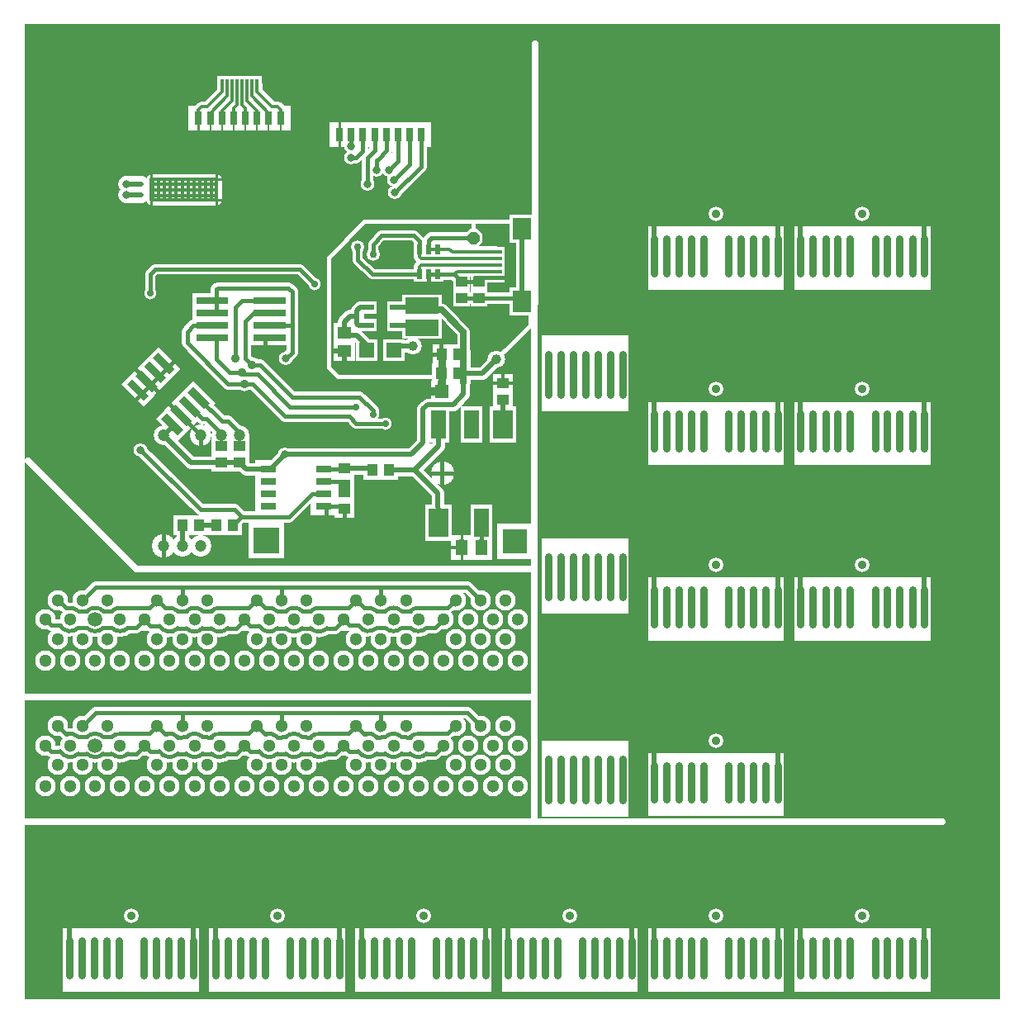
<source format=gbl>
%FSLAX34Y34*%
%MOMM*%
%LNCOPPER_BOTTOM*%
G71*
G01*
%ADD10C, 2.100*%
%ADD11C, 2.300*%
%ADD12C, 1.200*%
%ADD13R, 1.590X1.200*%
%ADD14C, 1.150*%
%ADD15R, 4.100X2.300*%
%ADD16C, 1.600*%
%ADD17C, 0.500*%
%ADD18R, 2.200X2.200*%
%ADD19R, 2.200X2.100*%
%ADD20C, 1.800*%
%ADD21C, 1.700*%
%ADD22C, 1.500*%
%ADD23R, 2.800X1.870*%
%ADD24R, 2.000X1.900*%
%ADD25R, 1.900X2.000*%
%ADD26C, 1.400*%
%ADD27C, 2.000*%
%ADD28R, 1.950X1.000*%
%ADD29R, 2.500X2.900*%
%ADD30C, 1.350*%
%ADD31C, 1.300*%
%ADD32C, 0.900*%
%ADD33C, 1.300*%
%ADD34C, 1.500*%
%ADD35R, 1.800X1.700*%
%ADD36C, 0.400*%
%ADD37C, 1.350*%
%ADD38C, 1.600*%
%ADD39C, 1.700*%
%ADD40R, 3.200X1.600*%
%ADD41R, 1.100X1.800*%
%ADD42R, 2.300X2.500*%
%ADD43C, 0.150*%
%ADD44R, 4.100X1.600*%
%ADD45R, 3.100X1.600*%
%ADD46C, 0.600*%
%ADD47C, 2.400*%
%ADD48C, 2.200*%
%ADD49C, 0.700*%
%ADD50R, 1.200X1.590*%
%ADD51C, 2.400*%
%ADD52R, 2.300X3.800*%
%ADD53R, 2.800X3.800*%
%ADD54R, 2.000X2.600*%
%ADD55C, 1.100*%
%ADD56C, 1.000*%
%ADD57C, 0.498*%
%ADD58C, 0.807*%
%ADD59C, 0.325*%
%ADD60C, 0.379*%
%ADD61C, 0.330*%
%ADD62C, 0.267*%
%ADD63C, 0.367*%
%ADD64C, 1.300*%
%ADD65C, 1.500*%
%ADD66R, 0.990X0.600*%
%ADD67C, 0.550*%
%ADD68R, 3.500X1.700*%
%ADD69C, 0.800*%
%ADD70R, 1.600X1.600*%
%ADD71R, 1.400X1.300*%
%ADD72C, 1.000*%
%ADD73R, 1.400X1.400*%
%ADD74C, 0.900*%
%ADD75C, 0.700*%
%ADD76R, 1.600X0.670*%
%ADD77R, 1.200X1.100*%
%ADD78R, 1.100X1.200*%
%ADD79C, 0.800*%
%ADD80C, 1.200*%
%ADD81C, 0.500*%
%ADD82R, 1.350X0.400*%
%ADD83R, 1.900X2.300*%
%ADD84C, 0.750*%
%ADD85C, 0.300*%
%ADD86C, 0.350*%
%ADD87C, 0.280*%
%ADD88C, 2.600*%
%ADD89R, 2.400X0.800*%
%ADD90R, 0.300X1.000*%
%ADD91R, 1.300X1.500*%
%ADD92R, 3.300X0.800*%
%ADD93R, 2.300X0.800*%
%ADD94C, 0.750*%
%ADD95R, 0.600X0.990*%
%ADD96R, 1.500X3.000*%
%ADD97R, 2.000X3.000*%
%ADD98R, 0.800X1.400*%
%ADD99C, 0.200*%
%LPD*%
G36*
X250Y50D02*
X1000250Y50D01*
X1000250Y-999950D01*
X250Y-999950D01*
X250Y50D01*
G37*
%LPC*%
X21692Y-652498D02*
G54D10*
D03*
X47192Y-652498D02*
G54D10*
D03*
X72692Y-652498D02*
G54D10*
D03*
X98192Y-652498D02*
G54D10*
D03*
X123692Y-652498D02*
G54D10*
D03*
X149192Y-652498D02*
G54D10*
D03*
X174692Y-652498D02*
G54D10*
D03*
X200192Y-652498D02*
G54D10*
D03*
X225692Y-652498D02*
G54D10*
D03*
X251192Y-652498D02*
G54D10*
D03*
X276692Y-652498D02*
G54D10*
D03*
X302192Y-652498D02*
G54D10*
D03*
X327692Y-652498D02*
G54D10*
D03*
X353192Y-652498D02*
G54D10*
D03*
X378692Y-652498D02*
G54D10*
D03*
X404192Y-652498D02*
G54D10*
D03*
X429692Y-652498D02*
G54D10*
D03*
X455192Y-652498D02*
G54D10*
D03*
X480692Y-652498D02*
G54D10*
D03*
X506192Y-652498D02*
G54D10*
D03*
X21693Y-610222D02*
G54D10*
D03*
X47192Y-610223D02*
G54D10*
D03*
X72693Y-610222D02*
G54D11*
D03*
X98192Y-610223D02*
G54D10*
D03*
X123692Y-610223D02*
G54D10*
D03*
X149192Y-610223D02*
G54D10*
D03*
X174692Y-610223D02*
G54D10*
D03*
X200192Y-610223D02*
G54D10*
D03*
X225692Y-610223D02*
G54D10*
D03*
X251192Y-610223D02*
G54D10*
D03*
X276692Y-610223D02*
G54D10*
D03*
X302192Y-610223D02*
G54D10*
D03*
X327692Y-610223D02*
G54D10*
D03*
X353192Y-610223D02*
G54D10*
D03*
X378692Y-610223D02*
G54D10*
D03*
X404192Y-610223D02*
G54D10*
D03*
X429692Y-610223D02*
G54D10*
D03*
X455192Y-610223D02*
G54D10*
D03*
X480692Y-610223D02*
G54D10*
D03*
X506192Y-610223D02*
G54D10*
D03*
X34442Y-630223D02*
G54D10*
D03*
X59942Y-630223D02*
G54D10*
D03*
X85442Y-630223D02*
G54D10*
D03*
X136442Y-630223D02*
G54D10*
D03*
X161942Y-630223D02*
G54D10*
D03*
X187442Y-630223D02*
G54D10*
D03*
X238442Y-630223D02*
G54D10*
D03*
X263942Y-630223D02*
G54D10*
D03*
X289442Y-630223D02*
G54D10*
D03*
X340442Y-630223D02*
G54D10*
D03*
X365942Y-630223D02*
G54D10*
D03*
X391442Y-630223D02*
G54D10*
D03*
X442442Y-630223D02*
G54D10*
D03*
X467942Y-630223D02*
G54D10*
D03*
X493442Y-630223D02*
G54D10*
D03*
X34443Y-590222D02*
G54D10*
D03*
X59943Y-590222D02*
G54D10*
D03*
X85442Y-590223D02*
G54D10*
D03*
X136442Y-590223D02*
G54D10*
D03*
X161942Y-590223D02*
G54D10*
D03*
X187442Y-590223D02*
G54D10*
D03*
X238442Y-590223D02*
G54D10*
D03*
X263942Y-590223D02*
G54D10*
D03*
X289442Y-590223D02*
G54D10*
D03*
X340442Y-590223D02*
G54D10*
D03*
X365942Y-590223D02*
G54D10*
D03*
X391442Y-590223D02*
G54D10*
D03*
X442442Y-590223D02*
G54D10*
D03*
X467942Y-590223D02*
G54D10*
D03*
X493442Y-590223D02*
G54D10*
D03*
G54D12*
X161942Y-592223D02*
X161942Y-577095D01*
G54D12*
X263942Y-592223D02*
X263942Y-577095D01*
G54D12*
X365942Y-592223D02*
X365942Y-577095D01*
G54D12*
X467942Y-590223D02*
X454814Y-577095D01*
X73069Y-577095D01*
X59943Y-590222D01*
X354034Y-308947D02*
G54D13*
D03*
X354036Y-299542D02*
G54D13*
D03*
X354034Y-289947D02*
G54D13*
D03*
X379934Y-289947D02*
G54D13*
D03*
X379934Y-308947D02*
G54D13*
D03*
G54D14*
X354034Y-308947D02*
X342774Y-308947D01*
X340635Y-306808D01*
X340635Y-293711D01*
X344399Y-289947D01*
X354034Y-289947D01*
X408105Y-311416D02*
G54D15*
D03*
X408105Y-288416D02*
G54D15*
D03*
G54D14*
X379934Y-289947D02*
X415974Y-289947D01*
G54D14*
X379934Y-308947D02*
X416210Y-308947D01*
G54D16*
X427828Y-370146D02*
X427831Y-338654D01*
G36*
X374455Y-290769D02*
X374455Y-309819D01*
X423667Y-311803D01*
X426641Y-298847D01*
X422874Y-286800D01*
X374455Y-290769D01*
G37*
G54D17*
X374455Y-290769D02*
X374455Y-309819D01*
X423667Y-311803D01*
X426641Y-298847D01*
X422874Y-286800D01*
X374455Y-290769D01*
X379174Y-333744D02*
G54D18*
D03*
X351173Y-333745D02*
G54D18*
D03*
X328260Y-335252D02*
G54D19*
D03*
X328262Y-316248D02*
G54D19*
D03*
X398444Y-330054D02*
G54D20*
D03*
X427828Y-376495D02*
G54D18*
D03*
X483900Y-343408D02*
G54D20*
D03*
X223012Y-356830D02*
G54D21*
D03*
X233304Y-349462D02*
G54D21*
D03*
X225802Y-368948D02*
G54D22*
D03*
G36*
X485237Y-548200D02*
X485237Y-512200D01*
X521237Y-512200D01*
X521237Y-548200D01*
X485237Y-548200D01*
G37*
X216296Y-342734D02*
G54D21*
D03*
G36*
X266402Y-511249D02*
X266402Y-547249D01*
X230402Y-547249D01*
X230402Y-511249D01*
X266402Y-511249D01*
G37*
X307490Y-455905D02*
G54D23*
D03*
X307490Y-468605D02*
G54D23*
D03*
X307490Y-481305D02*
G54D23*
D03*
X307490Y-494005D02*
G54D23*
D03*
X250490Y-494005D02*
G54D23*
D03*
X250490Y-481305D02*
G54D23*
D03*
X250490Y-468605D02*
G54D23*
D03*
X250490Y-455905D02*
G54D23*
D03*
X327958Y-479320D02*
G54D24*
D03*
X327958Y-496320D02*
G54D24*
D03*
X327958Y-455177D02*
G54D24*
D03*
X327958Y-472177D02*
G54D24*
D03*
X357077Y-456627D02*
G54D25*
D03*
X374077Y-456627D02*
G54D25*
D03*
X119460Y-436166D02*
G54D26*
D03*
X143284Y-421491D02*
G54D27*
D03*
X202022Y-421491D02*
G54D27*
D03*
X221072Y-421491D02*
G54D27*
D03*
G36*
X99574Y-368952D02*
X110889Y-357639D01*
X133514Y-380268D01*
X122199Y-391581D01*
X99574Y-368952D01*
G37*
G36*
X108554Y-359972D02*
X119868Y-348659D01*
X142494Y-371287D01*
X131180Y-382600D01*
X108554Y-359972D01*
G37*
G36*
X117534Y-350990D02*
X128849Y-339678D01*
X151474Y-362308D01*
X140159Y-373620D01*
X117534Y-350990D01*
G37*
G36*
X126514Y-342014D02*
X137827Y-330699D01*
X160456Y-353325D01*
X149143Y-364639D01*
X126514Y-342014D01*
G37*
G36*
X161869Y-377368D02*
X173183Y-366054D01*
X195811Y-388681D01*
X184497Y-399995D01*
X161869Y-377368D01*
G37*
G36*
X152889Y-386349D02*
X164202Y-375035D01*
X186831Y-397661D01*
X175517Y-408975D01*
X152889Y-386349D01*
G37*
G36*
X143909Y-395329D02*
X155222Y-384015D01*
X177851Y-406641D01*
X166537Y-417955D01*
X143909Y-395329D01*
G37*
G36*
X134929Y-404307D02*
X146244Y-392994D01*
X168870Y-415623D01*
X157555Y-426936D01*
X134929Y-404307D01*
G37*
X213840Y-513547D02*
G54D25*
D03*
X196838Y-513544D02*
G54D25*
D03*
X483173Y-233740D02*
G54D28*
D03*
X483173Y-240240D02*
G54D28*
D03*
X483173Y-246740D02*
G54D28*
D03*
X483173Y-253240D02*
G54D28*
D03*
X483173Y-259740D02*
G54D28*
D03*
X509923Y-284240D02*
G54D29*
D03*
X509923Y-209240D02*
G54D29*
D03*
X342214Y-228608D02*
G54D30*
D03*
G36*
X469954Y-222914D02*
X464543Y-228325D01*
X456865Y-228325D01*
X451454Y-222914D01*
X451454Y-215236D01*
X456865Y-209825D01*
X464543Y-209825D01*
X469954Y-215236D01*
X469954Y-222914D01*
G37*
G54D31*
X509923Y-209240D02*
X509923Y-284240D01*
G54D32*
X483174Y-253240D02*
X443971Y-253240D01*
X440648Y-256563D01*
X357584Y-400050D02*
G54D33*
D03*
X340122Y-392112D02*
G54D33*
D03*
X370411Y-409575D02*
G54D33*
D03*
G54D34*
X450562Y-367221D02*
X450567Y-335700D01*
G54D14*
X405140Y-256561D02*
X405140Y-248513D01*
X406913Y-246740D01*
X483174Y-246740D01*
X466096Y-280756D02*
G54D35*
D03*
X466096Y-263756D02*
G54D35*
D03*
X448237Y-280756D02*
G54D35*
D03*
X448237Y-263756D02*
G54D35*
D03*
G54D12*
X447840Y-280756D02*
X506439Y-280756D01*
X509923Y-284240D01*
X358016Y-235679D02*
G54D30*
D03*
G54D31*
X395665Y-330054D02*
X377189Y-330054D01*
G54D36*
X348853Y-202009D02*
X311928Y-238935D01*
X311928Y-351615D01*
X321469Y-361156D01*
X465556Y-361156D01*
X518398Y-308314D01*
X518398Y-202882D01*
X517525Y-202009D01*
X348853Y-202009D01*
G54D31*
X349983Y-337594D02*
X349983Y-327758D01*
X341251Y-319026D01*
X328659Y-319026D01*
G54D37*
X328659Y-317438D02*
X328659Y-305150D01*
X334169Y-299641D01*
X340122Y-299641D01*
G54D12*
X202022Y-421491D02*
X202022Y-419906D01*
X186531Y-404416D01*
X182270Y-404416D01*
X169860Y-392005D01*
G54D12*
X221072Y-421491D02*
X221072Y-418715D01*
X209153Y-406797D01*
X202612Y-406797D01*
X178840Y-383024D01*
X104846Y-163512D02*
G54D38*
D03*
X104842Y-174621D02*
G54D38*
D03*
G54D39*
X119815Y-174621D02*
X104842Y-174621D01*
G54D39*
X119818Y-163512D02*
X104846Y-163512D01*
X267621Y-440928D02*
G54D26*
D03*
X162337Y-513541D02*
G54D25*
D03*
X179339Y-513544D02*
G54D25*
D03*
G54D31*
X162337Y-534330D02*
X162337Y-511953D01*
G54D31*
X179339Y-513544D02*
X196838Y-513544D01*
X361156Y-149225D02*
G54D26*
D03*
X352340Y-163597D02*
G54D26*
D03*
X373856Y-149622D02*
G54D26*
D03*
X379029Y-159544D02*
G54D26*
D03*
X380347Y-172734D02*
G54D26*
D03*
X247405Y-283440D02*
G54D40*
D03*
X247405Y-296140D02*
G54D40*
D03*
X247405Y-308840D02*
G54D40*
D03*
X247405Y-321540D02*
G54D40*
D03*
X197405Y-321540D02*
G54D40*
D03*
X197405Y-308840D02*
G54D40*
D03*
X197405Y-296140D02*
G54D40*
D03*
X197406Y-283440D02*
G54D40*
D03*
G54D12*
X197405Y-283440D02*
X197405Y-296140D01*
G54D12*
X216297Y-342734D02*
X216297Y-290116D01*
X222250Y-284162D01*
G54D12*
X248199Y-283440D02*
X222973Y-283440D01*
X222250Y-284162D01*
G54D12*
X233305Y-349461D02*
X226616Y-342772D01*
G54D12*
X332978Y-402034D02*
X267494Y-402034D01*
X234407Y-368947D01*
X225802Y-368947D01*
G54D12*
X340122Y-392112D02*
X272256Y-392112D01*
X239185Y-359041D01*
X225223Y-359041D01*
X223012Y-356831D01*
G36*
X173760Y-308840D02*
X167084Y-315516D01*
X167084Y-326628D01*
X194469Y-354012D01*
X209198Y-368947D01*
X225802Y-368947D01*
X226616Y-337741D01*
X209550Y-320675D01*
X173760Y-308840D01*
G37*
G54D36*
X173760Y-308840D02*
X167084Y-315516D01*
X167084Y-326628D01*
X194469Y-354012D01*
X209198Y-368947D01*
X225802Y-368947D01*
X226616Y-337741D01*
X209550Y-320675D01*
X173760Y-308840D01*
G36*
X198438Y-270669D02*
X247405Y-270669D01*
X247405Y-308840D01*
X198438Y-308840D01*
X198438Y-270669D01*
G37*
G54D36*
X198438Y-270669D02*
X247405Y-270669D01*
X247405Y-308840D01*
X198438Y-308840D01*
X198438Y-270669D01*
G54D31*
X448403Y-357704D02*
X469605Y-357704D01*
X483900Y-343408D01*
G36*
X343793Y-382290D02*
X357584Y-400050D01*
X340519Y-409575D01*
X332978Y-402034D01*
X322858Y-383381D01*
X343793Y-382290D01*
G37*
G54D36*
X343793Y-382290D02*
X357584Y-400050D01*
X340519Y-409575D01*
X332978Y-402034D01*
X322858Y-383381D01*
X343793Y-382290D01*
X201763Y-449418D02*
G54D24*
D03*
X201766Y-432416D02*
G54D24*
D03*
X220813Y-449418D02*
G54D24*
D03*
X220816Y-432416D02*
G54D24*
D03*
G54D31*
X221210Y-449418D02*
X171211Y-449418D01*
X143284Y-421491D01*
G54D12*
X307490Y-455905D02*
X327496Y-455905D01*
X327958Y-456367D01*
G54D12*
X307490Y-468605D02*
X323196Y-468605D01*
X327958Y-473367D01*
G54D12*
X307490Y-494005D02*
X324452Y-494005D01*
X327958Y-497511D01*
G54D12*
X307490Y-481305D02*
X295380Y-481305D01*
X271462Y-505222D01*
X222164Y-505222D01*
X213840Y-513547D01*
G54D31*
X251681Y-455905D02*
X252643Y-455905D01*
X267621Y-440928D01*
G54D31*
X250490Y-455905D02*
X227300Y-455905D01*
X220813Y-449418D01*
G54D12*
X222338Y-504544D02*
X215475Y-497681D01*
X180975Y-497681D01*
X119459Y-436166D01*
G36*
X418331Y-347704D02*
X437331Y-347703D01*
X437332Y-367703D01*
X418332Y-367704D01*
X418331Y-347704D01*
G37*
X444831Y-357703D02*
G54D25*
D03*
X203222Y-61378D02*
G54D41*
D03*
X208222Y-61378D02*
G54D41*
D03*
X213222Y-61378D02*
G54D41*
D03*
X218222Y-61378D02*
G54D41*
D03*
X223222Y-61378D02*
G54D41*
D03*
X228222Y-61378D02*
G54D41*
D03*
X233222Y-61378D02*
G54D41*
D03*
X238222Y-61378D02*
G54D41*
D03*
G54D12*
G75*
G01X81179Y-601736D02*
G03X64208Y-601736I-8486J-8486D01*
G01*
G54D12*
G75*
G01X98192Y-598224D02*
G03X89707Y-601738I0J-12000D01*
G01*
G54D12*
X81178Y-601736D02*
X89707Y-601738D01*
G54D12*
G75*
G01X55678Y-601738D02*
G03X44086Y-598632I-8486J-8486D01*
G01*
G54D12*
X55678Y-601738D02*
X64208Y-601736D01*
G54D12*
G75*
G01X64208Y-618707D02*
G03X81179Y-618707I8485J8485D01*
G01*
G54D12*
G75*
G01X89707Y-618705D02*
G03X106678Y-618705I8485J8485D01*
G01*
G54D12*
X81178Y-618707D02*
X89707Y-618705D01*
G54D12*
G75*
G01X36800Y-616220D02*
G03X55678Y-618705I10392J6000D01*
G01*
G54D12*
X55678Y-618705D02*
X64208Y-618707D01*
G54D12*
X44086Y-598632D02*
X42854Y-598632D01*
X34443Y-590222D01*
G54D12*
X98192Y-598224D02*
X128442Y-598224D01*
X136442Y-590223D01*
G54D12*
G75*
G01X183178Y-601738D02*
G03X166207Y-601738I-8485J-8485D01*
G01*
G54D12*
G75*
G01X200192Y-598225D02*
G03X191706Y-601740I0J-12000D01*
G01*
G54D12*
X183178Y-601738D02*
X191706Y-601740D01*
G54D12*
G75*
G01X157677Y-601740D02*
G03X146086Y-598634I-8485J-8485D01*
G01*
G54D12*
X157677Y-601740D02*
X166208Y-601738D01*
G54D12*
X146086Y-598634D02*
X144853Y-598634D01*
X136442Y-590223D01*
G54D12*
X200192Y-598225D02*
X230442Y-598225D01*
X238442Y-590225D01*
G54D12*
G75*
G01X285178Y-601738D02*
G03X268207Y-601738I-8485J-8485D01*
G01*
G54D12*
G75*
G01X302192Y-598225D02*
G03X293706Y-601740I0J-12000D01*
G01*
G54D12*
X285178Y-601738D02*
X293706Y-601740D01*
G54D12*
G75*
G01X259677Y-601740D02*
G03X248086Y-598634I-8485J-8485D01*
G01*
G54D12*
X259677Y-601740D02*
X268208Y-601738D01*
G54D12*
X248086Y-598634D02*
X246853Y-598634D01*
X238442Y-590223D01*
G54D12*
X302192Y-598225D02*
X332442Y-598225D01*
X340442Y-590225D01*
G54D12*
G75*
G01X387178Y-601738D02*
G03X370207Y-601738I-8485J-8485D01*
G01*
G54D12*
G75*
G01X404192Y-598225D02*
G03X395706Y-601740I0J-12000D01*
G01*
G54D12*
X387178Y-601738D02*
X395706Y-601740D01*
G54D12*
G75*
G01X361677Y-601740D02*
G03X350086Y-598634I-8485J-8485D01*
G01*
G54D12*
X361677Y-601740D02*
X370208Y-601738D01*
G54D12*
X350086Y-598634D02*
X348853Y-598634D01*
X340442Y-590223D01*
G54D12*
X404192Y-598225D02*
X434442Y-598225D01*
X442442Y-590225D01*
G54D12*
X106678Y-618705D02*
X115211Y-618705D01*
X123692Y-610223D01*
G54D12*
X36800Y-616220D02*
X27691Y-616220D01*
X21693Y-610222D01*
G54D12*
G75*
G01X166207Y-619121D02*
G03X183178Y-619121I8486J8485D01*
G01*
G54D12*
G75*
G01X191706Y-619119D02*
G03X208677Y-619119I8486J8485D01*
G01*
G54D12*
X183178Y-619121D02*
X191706Y-619119D01*
G54D12*
G75*
G01X138799Y-616634D02*
G03X157677Y-619119I10393J6000D01*
G01*
G54D12*
X157677Y-619119D02*
X166208Y-619121D01*
G54D12*
X208677Y-619119D02*
X217210Y-619119D01*
X225692Y-610637D01*
G54D12*
X138800Y-616634D02*
X129690Y-616634D01*
X123692Y-610636D01*
G54D12*
G75*
G01X268207Y-619121D02*
G03X285178Y-619121I8486J8485D01*
G01*
G54D12*
G75*
G01X293706Y-619119D02*
G03X310677Y-619119I8486J8485D01*
G01*
G54D12*
X285178Y-619121D02*
X293706Y-619119D01*
G54D12*
G75*
G01X240799Y-616634D02*
G03X259677Y-619119I10393J6000D01*
G01*
G54D12*
X259677Y-619119D02*
X268208Y-619121D01*
G54D12*
X310677Y-619119D02*
X319210Y-619119D01*
X327692Y-610637D01*
G54D12*
X240800Y-616634D02*
X231690Y-616634D01*
X225692Y-610636D01*
G54D12*
G75*
G01X370208Y-618707D02*
G03X387179Y-618707I8485J8485D01*
G01*
G54D12*
G75*
G01X395707Y-618705D02*
G03X412678Y-618705I8485J8485D01*
G01*
G54D12*
X387178Y-618707D02*
X395707Y-618705D01*
G54D12*
G75*
G01X342800Y-616220D02*
G03X361678Y-618705I10392J6000D01*
G01*
G54D12*
X361678Y-618705D02*
X370208Y-618707D01*
G54D12*
X412678Y-618705D02*
X421210Y-618705D01*
X429692Y-610223D01*
G54D12*
X342800Y-616220D02*
X333691Y-616220D01*
X327693Y-610222D01*
X448908Y-536166D02*
G54D42*
D03*
X468748Y-536167D02*
G54D42*
D03*
G54D12*
X223012Y-356831D02*
X210781Y-356831D01*
X197405Y-343455D01*
X197405Y-321540D01*
G36*
X265509Y-534324D02*
X265509Y-506412D01*
X232082Y-506412D01*
X232082Y-534324D01*
X265509Y-534324D01*
G37*
G54D43*
X265509Y-534324D02*
X265509Y-506412D01*
X232082Y-506412D01*
X232082Y-534324D01*
X265509Y-534324D01*
X252168Y-283440D02*
G54D44*
D03*
X197406Y-283440D02*
G54D45*
D03*
X252168Y-296140D02*
G54D44*
D03*
X252168Y-308840D02*
G54D44*
D03*
X252168Y-321540D02*
G54D44*
D03*
X192642Y-321540D02*
G54D44*
D03*
X192643Y-308840D02*
G54D44*
D03*
X192643Y-296140D02*
G54D44*
D03*
X192643Y-283440D02*
G54D44*
D03*
G54D12*
X197406Y-283440D02*
X197406Y-271701D01*
X198438Y-270669D01*
X271066Y-270669D01*
X274638Y-274241D01*
X274638Y-307578D01*
X21692Y-781498D02*
G54D10*
D03*
X47192Y-781498D02*
G54D10*
D03*
X72692Y-781498D02*
G54D10*
D03*
X98192Y-781498D02*
G54D10*
D03*
X123692Y-781498D02*
G54D10*
D03*
X149192Y-781498D02*
G54D10*
D03*
X174692Y-781498D02*
G54D10*
D03*
X200192Y-781498D02*
G54D10*
D03*
X225692Y-781498D02*
G54D10*
D03*
X251192Y-781498D02*
G54D10*
D03*
X276692Y-781498D02*
G54D10*
D03*
X302192Y-781498D02*
G54D10*
D03*
X327692Y-781498D02*
G54D10*
D03*
X353192Y-781498D02*
G54D10*
D03*
X378692Y-781498D02*
G54D10*
D03*
X404192Y-781498D02*
G54D10*
D03*
X429692Y-781498D02*
G54D10*
D03*
X455192Y-781498D02*
G54D10*
D03*
X480692Y-781498D02*
G54D10*
D03*
X506192Y-781498D02*
G54D10*
D03*
X21693Y-739222D02*
G54D10*
D03*
X47192Y-739223D02*
G54D10*
D03*
X72693Y-739222D02*
G54D11*
D03*
X98192Y-739223D02*
G54D10*
D03*
X123692Y-739223D02*
G54D10*
D03*
X149192Y-739223D02*
G54D10*
D03*
X174692Y-739223D02*
G54D10*
D03*
X200192Y-739223D02*
G54D10*
D03*
X225692Y-739223D02*
G54D10*
D03*
X251192Y-739223D02*
G54D10*
D03*
X276692Y-739223D02*
G54D10*
D03*
X302192Y-739223D02*
G54D10*
D03*
X327692Y-739223D02*
G54D10*
D03*
X353192Y-739223D02*
G54D10*
D03*
X378692Y-739223D02*
G54D10*
D03*
X404192Y-739223D02*
G54D10*
D03*
X429692Y-739223D02*
G54D10*
D03*
X455192Y-739223D02*
G54D10*
D03*
X480692Y-739223D02*
G54D10*
D03*
X506192Y-739223D02*
G54D10*
D03*
X34442Y-759223D02*
G54D10*
D03*
X59942Y-759223D02*
G54D10*
D03*
X85442Y-759223D02*
G54D10*
D03*
X136442Y-759223D02*
G54D10*
D03*
X161942Y-759223D02*
G54D10*
D03*
X187442Y-759223D02*
G54D10*
D03*
X238442Y-759223D02*
G54D10*
D03*
X263942Y-759223D02*
G54D10*
D03*
X289442Y-759223D02*
G54D10*
D03*
X340442Y-759223D02*
G54D10*
D03*
X365942Y-759223D02*
G54D10*
D03*
X391442Y-759223D02*
G54D10*
D03*
X442442Y-759223D02*
G54D10*
D03*
X467942Y-759223D02*
G54D10*
D03*
X493442Y-759223D02*
G54D10*
D03*
X34443Y-719222D02*
G54D10*
D03*
X59943Y-719222D02*
G54D10*
D03*
X85442Y-719223D02*
G54D10*
D03*
X136442Y-719223D02*
G54D10*
D03*
X161942Y-719223D02*
G54D10*
D03*
X187442Y-719223D02*
G54D10*
D03*
X238442Y-719223D02*
G54D10*
D03*
X263942Y-719223D02*
G54D10*
D03*
X289442Y-719223D02*
G54D10*
D03*
X340442Y-719223D02*
G54D10*
D03*
X365942Y-719223D02*
G54D10*
D03*
X391442Y-719223D02*
G54D10*
D03*
X442442Y-719223D02*
G54D10*
D03*
X467942Y-719223D02*
G54D10*
D03*
X493442Y-719223D02*
G54D10*
D03*
G54D12*
G75*
G01X81179Y-730736D02*
G03X64208Y-730736I-8486J-8486D01*
G01*
G54D12*
G75*
G01X98192Y-727224D02*
G03X89707Y-730738I0J-12000D01*
G01*
G54D12*
X81178Y-730736D02*
X89707Y-730738D01*
G54D12*
G75*
G01X55678Y-730738D02*
G03X44086Y-727632I-8486J-8486D01*
G01*
G54D12*
X55678Y-730738D02*
X64208Y-730736D01*
G54D12*
G75*
G01X64208Y-747707D02*
G03X81179Y-747707I8485J8485D01*
G01*
G54D12*
G75*
G01X89707Y-747705D02*
G03X106678Y-747705I8485J8485D01*
G01*
G54D12*
X81178Y-747707D02*
X89707Y-747705D01*
G54D12*
G75*
G01X36800Y-745220D02*
G03X55678Y-747705I10392J6000D01*
G01*
G54D12*
X55678Y-747705D02*
X64208Y-747707D01*
G54D12*
X44086Y-727632D02*
X42854Y-727632D01*
X34443Y-719222D01*
G54D12*
X98192Y-727224D02*
X128442Y-727224D01*
X136442Y-719223D01*
G54D12*
G75*
G01X183178Y-730738D02*
G03X166207Y-730738I-8485J-8485D01*
G01*
G54D12*
G75*
G01X200192Y-727225D02*
G03X191706Y-730740I0J-12000D01*
G01*
G54D12*
X183178Y-730738D02*
X191706Y-730740D01*
G54D12*
G75*
G01X157677Y-730740D02*
G03X146086Y-727634I-8485J-8485D01*
G01*
G54D12*
X157677Y-730740D02*
X166208Y-730738D01*
G54D12*
X146086Y-727634D02*
X144853Y-727634D01*
X136442Y-719223D01*
G54D12*
X200192Y-727225D02*
X230442Y-727225D01*
X238442Y-719225D01*
G54D12*
G75*
G01X285178Y-730738D02*
G03X268207Y-730738I-8485J-8485D01*
G01*
G54D12*
G75*
G01X302192Y-727225D02*
G03X293706Y-730740I0J-12000D01*
G01*
G54D12*
X285178Y-730738D02*
X293706Y-730740D01*
G54D12*
G75*
G01X259677Y-730740D02*
G03X248086Y-727634I-8485J-8485D01*
G01*
G54D12*
X259677Y-730740D02*
X268208Y-730738D01*
G54D12*
X248086Y-727634D02*
X246853Y-727634D01*
X238442Y-719223D01*
G54D12*
X302192Y-727225D02*
X332442Y-727225D01*
X340442Y-719225D01*
G54D12*
G75*
G01X387178Y-730738D02*
G03X370207Y-730738I-8485J-8485D01*
G01*
G54D12*
G75*
G01X404192Y-727225D02*
G03X395706Y-730740I0J-12000D01*
G01*
G54D12*
X387178Y-730738D02*
X395706Y-730740D01*
G54D12*
G75*
G01X361677Y-730740D02*
G03X350086Y-727634I-8485J-8485D01*
G01*
G54D12*
X361677Y-730740D02*
X370208Y-730738D01*
G54D12*
X350086Y-727634D02*
X348853Y-727634D01*
X340442Y-719223D01*
G54D12*
X404192Y-727225D02*
X434442Y-727225D01*
X442442Y-719225D01*
G54D12*
X106678Y-747705D02*
X115211Y-747705D01*
X123692Y-739223D01*
G54D12*
X36800Y-745220D02*
X27691Y-745220D01*
X21693Y-739222D01*
G54D12*
G75*
G01X166207Y-747708D02*
G03X183178Y-747708I8486J8485D01*
G01*
G54D12*
G75*
G01X191706Y-747706D02*
G03X208677Y-747706I8486J8485D01*
G01*
G54D12*
X183178Y-747708D02*
X191706Y-747706D01*
G54D12*
G75*
G01X138799Y-745221D02*
G03X157677Y-747706I10393J6000D01*
G01*
G54D12*
X157677Y-747706D02*
X166208Y-747708D01*
G54D12*
X208677Y-747706D02*
X217210Y-747706D01*
X225692Y-739224D01*
G54D12*
X138800Y-745221D02*
X129690Y-745221D01*
X123692Y-739223D01*
G54D12*
G75*
G01X268207Y-747708D02*
G03X285178Y-747708I8486J8485D01*
G01*
G54D12*
G75*
G01X293706Y-747706D02*
G03X310677Y-747706I8486J8485D01*
G01*
G54D12*
X285178Y-747708D02*
X293706Y-747706D01*
G54D12*
G75*
G01X240799Y-745221D02*
G03X259677Y-747706I10393J6000D01*
G01*
G54D12*
X259677Y-747706D02*
X268208Y-747708D01*
G54D12*
X310677Y-747706D02*
X319210Y-747706D01*
X327692Y-739224D01*
G54D12*
X240800Y-745221D02*
X231690Y-745221D01*
X225692Y-739223D01*
G54D12*
G75*
G01X370207Y-747708D02*
G03X387178Y-747708I8486J8485D01*
G01*
G54D12*
G75*
G01X395706Y-747706D02*
G03X412677Y-747706I8486J8485D01*
G01*
G54D12*
X387178Y-747708D02*
X395706Y-747706D01*
G54D12*
G75*
G01X342799Y-745221D02*
G03X361677Y-747706I10393J6000D01*
G01*
G54D12*
X361677Y-747706D02*
X370208Y-747708D01*
G54D12*
X412677Y-747706D02*
X421210Y-747706D01*
X429692Y-739224D01*
G54D12*
X342799Y-745221D02*
X333690Y-745221D01*
X327692Y-739223D01*
X709580Y-914201D02*
G54D22*
D03*
X259580Y-914201D02*
G54D22*
D03*
X409580Y-914201D02*
G54D22*
D03*
X859580Y-914201D02*
G54D22*
D03*
X109580Y-914201D02*
G54D22*
D03*
X559580Y-914201D02*
G54D22*
D03*
G36*
X39674Y-992019D02*
X39674Y-927019D01*
X179124Y-927019D01*
X179124Y-992019D01*
X39674Y-992019D01*
G37*
G36*
X189674Y-992019D02*
X189674Y-927019D01*
X329124Y-927019D01*
X329124Y-992019D01*
X189674Y-992019D01*
G37*
G36*
X339674Y-992019D02*
X339674Y-927019D01*
X479124Y-927019D01*
X479124Y-992019D01*
X339674Y-992019D01*
G37*
G36*
X489675Y-992019D02*
X489675Y-927019D01*
X629125Y-927019D01*
X629125Y-992019D01*
X489675Y-992019D01*
G37*
G36*
X639674Y-992019D02*
X639674Y-927019D01*
X779124Y-927019D01*
X779124Y-992019D01*
X639674Y-992019D01*
G37*
G36*
X789675Y-992019D02*
X789675Y-927019D01*
X929125Y-927019D01*
X929125Y-992019D01*
X789675Y-992019D01*
G37*
X709580Y-734201D02*
G54D22*
D03*
G36*
X639674Y-812018D02*
X639674Y-747018D01*
X779125Y-747018D01*
X779125Y-812018D01*
X639674Y-812018D01*
G37*
X709580Y-554201D02*
G54D22*
D03*
X859580Y-554201D02*
G54D22*
D03*
G36*
X789674Y-632019D02*
X789674Y-567019D01*
X929125Y-567019D01*
X929125Y-632019D01*
X789674Y-632019D01*
G37*
G36*
X639674Y-632019D02*
X639674Y-567019D01*
X779125Y-567019D01*
X779125Y-632019D01*
X639674Y-632019D01*
G37*
X859580Y-374201D02*
G54D22*
D03*
X709580Y-374201D02*
G54D22*
D03*
G36*
X789674Y-452019D02*
X789674Y-387019D01*
X929125Y-387019D01*
X929125Y-452019D01*
X789674Y-452019D01*
G37*
G36*
X639674Y-452019D02*
X639674Y-387019D01*
X779125Y-387019D01*
X779125Y-452019D01*
X639674Y-452019D01*
G37*
G36*
X530977Y-812193D02*
X530977Y-734493D01*
X619627Y-734493D01*
X619627Y-812193D01*
X530977Y-812193D01*
G37*
X859580Y-194201D02*
G54D22*
D03*
G36*
X789674Y-272019D02*
X789674Y-207019D01*
X929125Y-207019D01*
X929125Y-272019D01*
X789674Y-272019D01*
G37*
X709580Y-194201D02*
G54D22*
D03*
G36*
X639675Y-272019D02*
X639675Y-207019D01*
X779125Y-207019D01*
X779125Y-272019D01*
X639675Y-272019D01*
G37*
G36*
X250490Y-494005D02*
X250490Y-458058D01*
X267621Y-440928D01*
X292514Y-440928D01*
X307490Y-455905D01*
X307490Y-469194D01*
X271462Y-505222D01*
X250490Y-494005D01*
G37*
G54D46*
X250490Y-494005D02*
X250490Y-458058D01*
X267621Y-440928D01*
X292514Y-440928D01*
X307490Y-455905D01*
X307490Y-469194D01*
X271462Y-505222D01*
X250490Y-494005D01*
G54D31*
X151900Y-409965D02*
X151900Y-412875D01*
X143284Y-421491D01*
X143284Y-534328D02*
G54D47*
D03*
X162334Y-534328D02*
G54D48*
D03*
X181384Y-534328D02*
G54D48*
D03*
X181384Y-421490D02*
G54D48*
D03*
G54D49*
X-14684Y-689356D02*
X523081Y-689356D01*
G54D49*
X-29766Y-817562D02*
X941406Y-817562D01*
G54D49*
X523110Y-558434D02*
X523110Y-815034D01*
G54D31*
X450567Y-335700D02*
X450567Y-315153D01*
X428116Y-292702D01*
X404995Y-292702D01*
X424140Y-230661D02*
G54D50*
D03*
X414735Y-230663D02*
G54D50*
D03*
X405140Y-230661D02*
G54D50*
D03*
X405140Y-256561D02*
G54D50*
D03*
X424140Y-256561D02*
G54D50*
D03*
X414735Y-256563D02*
G54D50*
D03*
G54D14*
X405140Y-230661D02*
X405140Y-238467D01*
X406913Y-240240D01*
X483173Y-240240D01*
G54D12*
X414735Y-230663D02*
X414735Y-221853D01*
X415528Y-221059D01*
G54D12*
X429419Y-219075D02*
X460704Y-219075D01*
G36*
X462927Y-219075D02*
X425053Y-219075D01*
X425053Y-234553D01*
X462927Y-234553D01*
X462927Y-219075D01*
G37*
G54D36*
X462927Y-219075D02*
X425053Y-219075D01*
X425053Y-234553D01*
X462927Y-234553D01*
X462927Y-219075D01*
G54D12*
X429419Y-219075D02*
X417512Y-219075D01*
X415528Y-221059D01*
G54D12*
X414735Y-256563D02*
X440648Y-256563D01*
X447840Y-263756D01*
G54D14*
X483173Y-233740D02*
X438924Y-233740D01*
X435846Y-230661D01*
X414735Y-230663D01*
G36*
X530977Y-604548D02*
X530977Y-526848D01*
X619627Y-526848D01*
X619627Y-604548D01*
X530977Y-604548D01*
G37*
X428748Y-460596D02*
G54D51*
D03*
X468748Y-510640D02*
G54D52*
D03*
X424748Y-510640D02*
G54D53*
D03*
X490748Y-410640D02*
G54D53*
D03*
X458748Y-410640D02*
G54D52*
D03*
X424748Y-410640D02*
G54D52*
D03*
G36*
X427831Y-357704D02*
X444500Y-357704D01*
X450562Y-376128D01*
X436959Y-389731D01*
X422568Y-376712D01*
X427831Y-357704D01*
G37*
G54D36*
X427831Y-357704D02*
X444500Y-357704D01*
X450562Y-376128D01*
X436959Y-389731D01*
X422568Y-376712D01*
X427831Y-357704D01*
G54D12*
X468748Y-536167D02*
X468748Y-510640D01*
G54D12*
X233305Y-349461D02*
X242305Y-349461D01*
X275134Y-382290D01*
X343793Y-382290D01*
X357584Y-396081D01*
X357584Y-400050D01*
G36*
X442912Y-577850D02*
X442912Y-589753D01*
X442442Y-590223D01*
X442442Y-590636D01*
X434442Y-598638D01*
X434442Y-605474D01*
X429692Y-610223D01*
X429692Y-610636D01*
X421210Y-619119D01*
X56088Y-619119D01*
X47192Y-610223D01*
X47192Y-604973D01*
X75070Y-577095D01*
X442912Y-577850D01*
G37*
G54D36*
X442912Y-577850D02*
X442912Y-589753D01*
X442442Y-590223D01*
X442442Y-590636D01*
X434442Y-598638D01*
X434442Y-605474D01*
X429692Y-610223D01*
X429692Y-610636D01*
X421210Y-619119D01*
X56088Y-619119D01*
X47192Y-610223D01*
X47192Y-604973D01*
X75070Y-577095D01*
X442912Y-577850D01*
G36*
X442912Y-704850D02*
X442912Y-716753D01*
X442442Y-717223D01*
X442442Y-717636D01*
X434442Y-725638D01*
X434442Y-732474D01*
X429692Y-737223D01*
X429692Y-737636D01*
X421210Y-746119D01*
X56088Y-746119D01*
X47192Y-737223D01*
X47192Y-731973D01*
X75070Y-704095D01*
X442912Y-704850D01*
G37*
G54D36*
X442912Y-704850D02*
X442912Y-716753D01*
X442442Y-717223D01*
X442442Y-717636D01*
X434442Y-725638D01*
X434442Y-732474D01*
X429692Y-737223D01*
X429692Y-737636D01*
X421210Y-746119D01*
X56088Y-746119D01*
X47192Y-737223D01*
X47192Y-731973D01*
X75070Y-704095D01*
X442912Y-704850D01*
X490748Y-385240D02*
G54D24*
D03*
X490748Y-368240D02*
G54D24*
D03*
X323353Y-112719D02*
G54D54*
D03*
X335353Y-125022D02*
G54D26*
D03*
X268414Y-342503D02*
G54D26*
D03*
G54D12*
X252168Y-308840D02*
X274170Y-308840D01*
G54D12*
X274638Y-307578D02*
X274638Y-336280D01*
G54D31*
X450562Y-367221D02*
X450562Y-379303D01*
X440134Y-389731D01*
X413544Y-389731D01*
X408781Y-394494D01*
G54D31*
X408781Y-394494D02*
X408781Y-428625D01*
X396478Y-440928D01*
X267621Y-440928D01*
G54D31*
X327958Y-455177D02*
X355627Y-455177D01*
X357077Y-456627D01*
G54D31*
X374077Y-456627D02*
X400226Y-456627D01*
X424748Y-432105D01*
X424748Y-410640D01*
G54D31*
X424748Y-510640D02*
X424352Y-480752D01*
X400226Y-456627D01*
G36*
X424748Y-432105D02*
X411652Y-432105D01*
X402828Y-440928D01*
X342207Y-440928D01*
X327958Y-455177D01*
X401676Y-455177D01*
X424748Y-432105D01*
G37*
G54D17*
X424748Y-432105D02*
X411652Y-432105D01*
X402828Y-440928D01*
X342207Y-440928D01*
X327958Y-455177D01*
X401676Y-455177D01*
X424748Y-432105D01*
G54D12*
X161942Y-721223D02*
X161942Y-706095D01*
G54D12*
X263942Y-721223D02*
X263942Y-706095D01*
G54D12*
X365942Y-721223D02*
X365942Y-706095D01*
G54D12*
X467942Y-719223D02*
X454814Y-706095D01*
X73069Y-706095D01*
X59943Y-719222D01*
G54D49*
X3888Y-447200D02*
X115122Y-558434D01*
X523110Y-558434D01*
X523903Y-19875D01*
X427832Y-338654D02*
G54D25*
D03*
X444831Y-338653D02*
G54D25*
D03*
X407353Y-112719D02*
G54D54*
D03*
X395353Y-112719D02*
G54D54*
D03*
X383353Y-112719D02*
G54D54*
D03*
X371353Y-112719D02*
G54D54*
D03*
X359353Y-112719D02*
G54D54*
D03*
X347353Y-112719D02*
G54D54*
D03*
X335353Y-112719D02*
G54D54*
D03*
X178722Y-95806D02*
G54D54*
D03*
X262722Y-95806D02*
G54D54*
D03*
X250722Y-95806D02*
G54D54*
D03*
X238722Y-95806D02*
G54D54*
D03*
X226722Y-95806D02*
G54D54*
D03*
X214722Y-95806D02*
G54D54*
D03*
X202722Y-95806D02*
G54D54*
D03*
X190722Y-95806D02*
G54D54*
D03*
G54D55*
X238722Y-95806D02*
X238722Y-88878D01*
X228222Y-78378D01*
X228222Y-61378D01*
G54D55*
X250722Y-95806D02*
X250722Y-90878D01*
X233222Y-73378D01*
X233222Y-61378D01*
G54D55*
X238222Y-61378D02*
X238222Y-68878D01*
X253722Y-84378D01*
X259722Y-84378D01*
X262722Y-87378D01*
X262722Y-95806D01*
G54D55*
X202722Y-95806D02*
X202722Y-88878D01*
X213222Y-78378D01*
X213222Y-61378D01*
G54D55*
X190722Y-95806D02*
X190722Y-90878D01*
X208222Y-73378D01*
X208222Y-61378D01*
G54D55*
X203222Y-61378D02*
X203222Y-68878D01*
X187722Y-84378D01*
X181722Y-84378D01*
X178722Y-87378D01*
X178722Y-95806D01*
G54D55*
X223222Y-61378D02*
X223222Y-82378D01*
X226722Y-85878D01*
X226722Y-95806D01*
G54D55*
X218222Y-61378D02*
X218222Y-82378D01*
X214722Y-85878D01*
X214722Y-95806D01*
G36*
X129996Y-158494D02*
X129992Y-179638D01*
X197384Y-179638D01*
X197388Y-158494D01*
X129996Y-158494D01*
G37*
G54D55*
X129996Y-158494D02*
X129992Y-179638D01*
X197384Y-179638D01*
X197388Y-158494D01*
X129996Y-158494D01*
G36*
X530977Y-396903D02*
X530977Y-319203D01*
X619627Y-319203D01*
X619627Y-396903D01*
X530977Y-396903D01*
G37*
X297518Y-266170D02*
G54D33*
D03*
X129560Y-275378D02*
G54D33*
D03*
G54D56*
X129560Y-275378D02*
X129560Y-255811D01*
X134144Y-251228D01*
X282575Y-251228D01*
X297518Y-266170D01*
G54D56*
X405140Y-256561D02*
X357301Y-256561D01*
X342214Y-241474D01*
X342214Y-228608D01*
G54D56*
X405140Y-230661D02*
X405140Y-222577D01*
X399256Y-216694D01*
X366712Y-216694D01*
X358016Y-225390D01*
X358016Y-235679D01*
G54D36*
X460704Y-219075D02*
X460704Y-203029D01*
G54D56*
X335353Y-126609D02*
X335353Y-112719D01*
X335353Y-136928D02*
G54D26*
D03*
G54D12*
X186293Y-308840D02*
X173760Y-308840D01*
X167084Y-315516D01*
X167084Y-326834D01*
X209198Y-368947D01*
X225802Y-368947D01*
G54D12*
X268414Y-342503D02*
X274638Y-336280D01*
G54D12*
X247405Y-296140D02*
X234879Y-296140D01*
X226616Y-304403D01*
X226616Y-342772D01*
G54D56*
X370411Y-409575D02*
X340519Y-409575D01*
X332978Y-402034D01*
G54D12*
X347353Y-112719D02*
X347353Y-129691D01*
X340116Y-136928D01*
X335353Y-136928D01*
G54D12*
X359353Y-112719D02*
X359353Y-129597D01*
X354012Y-134938D01*
G54D12*
X352340Y-163597D02*
X352340Y-136610D01*
X354012Y-134938D01*
G54D12*
X371353Y-112719D02*
X371353Y-129503D01*
X362744Y-138112D01*
G54D12*
X361156Y-149225D02*
X361156Y-139700D01*
X362744Y-138112D01*
G54D12*
X383353Y-112719D02*
X383353Y-140125D01*
X373856Y-149622D01*
G54D12*
X395353Y-112719D02*
X395353Y-143220D01*
X379029Y-159544D01*
G54D12*
X407353Y-112719D02*
X407353Y-145728D01*
X380347Y-172734D01*
G36*
X371353Y-129503D02*
X361156Y-139700D01*
X361156Y-149225D01*
X373856Y-149622D01*
X383353Y-140125D01*
X371353Y-129503D01*
G37*
G54D36*
X371353Y-129503D02*
X361156Y-139700D01*
X361156Y-149225D01*
X373856Y-149622D01*
X383353Y-140125D01*
X371353Y-129503D01*
X468748Y-531404D02*
G54D38*
D03*
X448908Y-531403D02*
G54D38*
D03*
%LPD*%
G54D57*
G36*
X328260Y-337744D02*
X316760Y-337744D01*
X316760Y-332761D01*
X328260Y-332761D01*
X328260Y-337744D01*
G37*
G36*
X330752Y-335252D02*
X330752Y-346252D01*
X325769Y-346252D01*
X325769Y-335252D01*
X330752Y-335252D01*
G37*
G54D58*
G36*
X427828Y-380532D02*
X416328Y-380532D01*
X416328Y-372459D01*
X427828Y-372459D01*
X427828Y-380532D01*
G37*
G36*
X423791Y-376495D02*
X423791Y-364995D01*
X431864Y-364996D01*
X431864Y-376496D01*
X423791Y-376495D01*
G37*
G54D59*
G36*
X450532Y-536166D02*
X450532Y-549166D01*
X447282Y-549166D01*
X447282Y-536166D01*
X450532Y-536166D01*
G37*
G36*
X448908Y-537791D02*
X436908Y-537791D01*
X436908Y-534541D01*
X448908Y-534541D01*
X448908Y-537791D01*
G37*
G36*
X447282Y-536166D02*
X447282Y-523166D01*
X450532Y-523166D01*
X450532Y-536166D01*
X447282Y-536166D01*
G37*
G54D36*
G36*
X141284Y-534328D02*
X141284Y-521828D01*
X145284Y-521828D01*
X145284Y-534328D01*
X141284Y-534328D01*
G37*
G36*
X145284Y-534328D02*
X145284Y-546828D01*
X141284Y-546828D01*
X141284Y-534328D01*
X145284Y-534328D01*
G37*
G54D60*
G36*
X430642Y-460596D02*
X430642Y-473096D01*
X426855Y-473096D01*
X426855Y-460596D01*
X430642Y-460596D01*
G37*
G36*
X428748Y-462489D02*
X416248Y-462489D01*
X416248Y-458702D01*
X428748Y-458702D01*
X428748Y-462489D01*
G37*
G36*
X426855Y-460596D02*
X426855Y-448096D01*
X430642Y-448096D01*
X430642Y-460596D01*
X426855Y-460596D01*
G37*
G36*
X428748Y-458702D02*
X441248Y-458702D01*
X441248Y-462489D01*
X428748Y-462489D01*
X428748Y-458702D01*
G37*
G54D61*
G36*
X490748Y-369890D02*
X480248Y-369889D01*
X480249Y-366589D01*
X490749Y-366590D01*
X490748Y-369890D01*
G37*
G36*
X489098Y-368239D02*
X489099Y-358239D01*
X492399Y-358240D01*
X492398Y-368240D01*
X489098Y-368239D01*
G37*
G36*
X490749Y-366590D02*
X501249Y-366590D01*
X501248Y-369890D01*
X490748Y-369890D01*
X490749Y-366590D01*
G37*
G54D62*
G36*
X324686Y-112719D02*
X324687Y-126219D01*
X322020Y-126219D01*
X322020Y-112719D01*
X324686Y-112719D01*
G37*
G36*
X322020Y-112719D02*
X322019Y-99219D01*
X324686Y-99219D01*
X324686Y-112719D01*
X322020Y-112719D01*
G37*
G54D63*
G36*
X425998Y-338654D02*
X425998Y-328154D01*
X429665Y-328154D01*
X429665Y-338654D01*
X425998Y-338654D01*
G37*
G36*
X427832Y-340487D02*
X417832Y-340487D01*
X417832Y-336820D01*
X427832Y-336820D01*
X427832Y-340487D01*
G37*
G54D62*
G36*
X180055Y-95806D02*
X180056Y-109306D01*
X177389Y-109306D01*
X177388Y-95806D01*
X180055Y-95806D01*
G37*
X21692Y-652498D02*
G54D64*
D03*
X47192Y-652498D02*
G54D64*
D03*
X72692Y-652498D02*
G54D64*
D03*
X98192Y-652498D02*
G54D64*
D03*
X123692Y-652498D02*
G54D64*
D03*
X149192Y-652498D02*
G54D64*
D03*
X174692Y-652498D02*
G54D64*
D03*
X200192Y-652498D02*
G54D64*
D03*
X225692Y-652498D02*
G54D64*
D03*
X251192Y-652498D02*
G54D64*
D03*
X276692Y-652498D02*
G54D64*
D03*
X302192Y-652498D02*
G54D64*
D03*
X327692Y-652498D02*
G54D64*
D03*
X353192Y-652498D02*
G54D64*
D03*
X378692Y-652498D02*
G54D64*
D03*
X404192Y-652498D02*
G54D64*
D03*
X429692Y-652498D02*
G54D64*
D03*
X455192Y-652498D02*
G54D64*
D03*
X480692Y-652498D02*
G54D64*
D03*
X506192Y-652498D02*
G54D64*
D03*
X21693Y-610222D02*
G54D64*
D03*
X47192Y-610223D02*
G54D64*
D03*
X72693Y-610222D02*
G54D65*
D03*
X98192Y-610223D02*
G54D64*
D03*
X123692Y-610223D02*
G54D64*
D03*
X149192Y-610223D02*
G54D64*
D03*
X174692Y-610223D02*
G54D64*
D03*
X200192Y-610223D02*
G54D64*
D03*
X225692Y-610223D02*
G54D64*
D03*
X251192Y-610223D02*
G54D64*
D03*
X276692Y-610223D02*
G54D64*
D03*
X302192Y-610223D02*
G54D64*
D03*
X327692Y-610223D02*
G54D64*
D03*
X353192Y-610223D02*
G54D64*
D03*
X378692Y-610223D02*
G54D64*
D03*
X404192Y-610223D02*
G54D64*
D03*
X429692Y-610223D02*
G54D64*
D03*
X455192Y-610223D02*
G54D64*
D03*
X480692Y-610223D02*
G54D64*
D03*
X506192Y-610223D02*
G54D64*
D03*
X34442Y-630223D02*
G54D64*
D03*
X59942Y-630223D02*
G54D64*
D03*
X85442Y-630223D02*
G54D64*
D03*
X136442Y-630223D02*
G54D64*
D03*
X161942Y-630223D02*
G54D64*
D03*
X187442Y-630223D02*
G54D64*
D03*
X238442Y-630223D02*
G54D64*
D03*
X263942Y-630223D02*
G54D64*
D03*
X289442Y-630223D02*
G54D64*
D03*
X340442Y-630223D02*
G54D64*
D03*
X365942Y-630223D02*
G54D64*
D03*
X391442Y-630223D02*
G54D64*
D03*
X442442Y-630223D02*
G54D64*
D03*
X467942Y-630223D02*
G54D64*
D03*
X493442Y-630223D02*
G54D64*
D03*
X34443Y-590222D02*
G54D64*
D03*
X59943Y-590222D02*
G54D64*
D03*
X85442Y-590223D02*
G54D64*
D03*
X136442Y-590223D02*
G54D64*
D03*
X161942Y-590223D02*
G54D64*
D03*
X187442Y-590223D02*
G54D64*
D03*
X238442Y-590223D02*
G54D64*
D03*
X263942Y-590223D02*
G54D64*
D03*
X289442Y-590223D02*
G54D64*
D03*
X340442Y-590223D02*
G54D64*
D03*
X365942Y-590223D02*
G54D64*
D03*
X391442Y-590223D02*
G54D64*
D03*
X442442Y-590223D02*
G54D64*
D03*
X467942Y-590223D02*
G54D64*
D03*
X493442Y-590223D02*
G54D64*
D03*
G54D36*
X161942Y-592223D02*
X161942Y-577095D01*
G54D36*
X263942Y-592223D02*
X263942Y-577095D01*
G54D36*
X365942Y-592223D02*
X365942Y-577095D01*
G54D36*
X467942Y-590223D02*
X454814Y-577095D01*
X73069Y-577095D01*
X59943Y-590222D01*
X354034Y-308947D02*
G54D66*
D03*
X354036Y-299542D02*
G54D66*
D03*
X354034Y-289947D02*
G54D66*
D03*
X379934Y-289947D02*
G54D66*
D03*
X379934Y-308947D02*
G54D66*
D03*
G54D67*
X354034Y-308947D02*
X342774Y-308947D01*
X340635Y-306808D01*
X340635Y-293711D01*
X344399Y-289947D01*
X354034Y-289947D01*
X408105Y-311416D02*
G54D68*
D03*
X408105Y-288416D02*
G54D68*
D03*
G54D67*
X379934Y-289947D02*
X415974Y-289947D01*
G54D67*
X379934Y-308947D02*
X416210Y-308947D01*
G54D69*
X427828Y-370146D02*
X427831Y-338654D01*
X379174Y-333744D02*
G54D70*
D03*
X351173Y-333745D02*
G54D70*
D03*
X328260Y-335252D02*
G54D71*
D03*
X328262Y-316248D02*
G54D71*
D03*
X398444Y-330054D02*
G54D72*
D03*
X427828Y-376495D02*
G54D73*
D03*
X483900Y-343408D02*
G54D72*
D03*
X223012Y-356830D02*
G54D74*
D03*
X233304Y-349462D02*
G54D74*
D03*
X225802Y-368948D02*
G54D74*
D03*
G36*
X491237Y-542200D02*
X491237Y-518200D01*
X515237Y-518200D01*
X515237Y-542200D01*
X491237Y-542200D01*
G37*
X216296Y-342734D02*
G54D74*
D03*
G36*
X261402Y-516249D02*
X261402Y-542249D01*
X235402Y-542249D01*
X235402Y-516249D01*
X261402Y-516249D01*
G37*
X250686Y-420554D02*
G54D75*
D03*
X307490Y-455905D02*
G54D76*
D03*
X307490Y-468605D02*
G54D76*
D03*
X307490Y-481305D02*
G54D76*
D03*
X307490Y-494005D02*
G54D76*
D03*
X250490Y-494005D02*
G54D76*
D03*
X250490Y-481305D02*
G54D76*
D03*
X250490Y-468605D02*
G54D76*
D03*
X250490Y-455905D02*
G54D76*
D03*
X327958Y-479320D02*
G54D77*
D03*
X327958Y-496320D02*
G54D77*
D03*
X327958Y-455177D02*
G54D77*
D03*
X327958Y-472177D02*
G54D77*
D03*
X357077Y-456627D02*
G54D78*
D03*
X374077Y-456627D02*
G54D78*
D03*
G54D36*
X327958Y-497511D02*
X327958Y-509347D01*
X119460Y-436166D02*
G54D79*
D03*
X70505Y-321336D02*
G54D75*
D03*
X143284Y-421491D02*
G54D80*
D03*
X202022Y-421491D02*
G54D80*
D03*
X221072Y-421491D02*
G54D80*
D03*
G36*
X105231Y-368952D02*
X110888Y-363296D01*
X127857Y-380268D01*
X122200Y-385924D01*
X105231Y-368952D01*
G37*
G36*
X114211Y-359972D02*
X119868Y-354315D01*
X136838Y-371287D01*
X131180Y-376944D01*
X114211Y-359972D01*
G37*
G36*
X123191Y-350991D02*
X128849Y-345335D01*
X145817Y-362307D01*
X140160Y-367964D01*
X123191Y-350991D01*
G37*
G36*
X132171Y-342013D02*
X137827Y-336356D01*
X154799Y-353325D01*
X149142Y-358983D01*
X132171Y-342013D01*
G37*
G36*
X167526Y-377368D02*
X173183Y-371711D01*
X190154Y-388681D01*
X184497Y-394338D01*
X167526Y-377368D01*
G37*
G36*
X158546Y-386348D02*
X164203Y-380691D01*
X181174Y-397661D01*
X175517Y-403318D01*
X158546Y-386348D01*
G37*
G36*
X149566Y-395329D02*
X155222Y-389672D01*
X172194Y-406642D01*
X166537Y-412299D01*
X149566Y-395329D01*
G37*
G36*
X140586Y-404308D02*
X146243Y-398651D01*
X163213Y-415623D01*
X157556Y-421279D01*
X140586Y-404308D01*
G37*
G54D36*
X181384Y-436575D02*
X181384Y-421490D01*
X105284Y-345389D01*
G54D36*
X157819Y-341214D02*
X98991Y-400042D01*
X138112Y-236538D02*
G54D81*
D03*
X124877Y-101070D02*
G54D75*
D03*
X465396Y-373326D02*
G54D75*
D03*
X390466Y-429286D02*
G54D75*
D03*
G54D67*
X354036Y-299542D02*
X367196Y-299542D01*
X213840Y-513547D02*
G54D78*
D03*
X196838Y-513544D02*
G54D78*
D03*
X62964Y-483658D02*
G54D75*
D03*
X133608Y-510248D02*
G54D75*
D03*
X79633Y-457067D02*
G54D75*
D03*
X413008Y-55429D02*
G54D75*
D03*
G54D36*
X309431Y-507108D02*
X309431Y-495946D01*
X307490Y-494005D01*
X483173Y-233740D02*
G54D82*
D03*
X483173Y-240240D02*
G54D82*
D03*
X483173Y-246740D02*
G54D82*
D03*
X483173Y-253240D02*
G54D82*
D03*
X483173Y-259740D02*
G54D82*
D03*
X509923Y-284240D02*
G54D83*
D03*
X509923Y-209240D02*
G54D83*
D03*
X342214Y-228608D02*
G54D84*
D03*
G36*
X466954Y-221669D02*
X463298Y-225325D01*
X458110Y-225325D01*
X454454Y-221669D01*
X454454Y-216481D01*
X458110Y-212825D01*
X463298Y-212825D01*
X466954Y-216481D01*
X466954Y-221669D01*
G37*
G54D17*
X509923Y-209240D02*
X509923Y-284240D01*
G54D36*
X498254Y-259740D02*
X462476Y-259740D01*
G54D85*
X483174Y-253240D02*
X443971Y-253240D01*
X440648Y-256563D01*
X357584Y-400050D02*
G54D75*
D03*
X340122Y-392112D02*
G54D75*
D03*
X370411Y-409575D02*
G54D75*
D03*
G54D49*
X450562Y-367221D02*
X450567Y-335700D01*
X393958Y-349911D02*
G54D75*
D03*
G54D86*
X405140Y-256561D02*
X405140Y-248513D01*
X406913Y-246740D01*
X483174Y-246740D01*
X466096Y-280756D02*
G54D77*
D03*
X466096Y-263756D02*
G54D77*
D03*
X448237Y-280756D02*
G54D77*
D03*
X448237Y-263756D02*
G54D77*
D03*
G54D36*
X466096Y-263756D02*
X447840Y-263756D01*
G54D36*
X447840Y-280756D02*
X506439Y-280756D01*
X509923Y-284240D01*
X358016Y-235679D02*
G54D84*
D03*
G54D17*
X395665Y-330054D02*
X377189Y-330054D01*
X391974Y-269742D02*
G54D75*
D03*
G54D17*
X349983Y-337594D02*
X349983Y-327758D01*
X341251Y-319026D01*
X328659Y-319026D01*
G54D67*
X328659Y-317438D02*
X328659Y-305150D01*
X334169Y-299641D01*
X340122Y-299641D01*
X459840Y-299508D02*
G54D75*
D03*
G54D36*
X202022Y-421491D02*
X202022Y-419906D01*
X186531Y-404416D01*
X182270Y-404416D01*
X169860Y-392005D01*
G54D36*
X221072Y-421491D02*
X221072Y-418715D01*
X209153Y-406797D01*
X202612Y-406797D01*
X178840Y-383024D01*
X199092Y-486832D02*
G54D75*
D03*
X104846Y-163512D02*
G54D79*
D03*
X104842Y-174621D02*
G54D79*
D03*
G54D17*
X119815Y-174621D02*
X104842Y-174621D01*
G54D17*
X119818Y-163512D02*
X104846Y-163512D01*
G54D87*
X129996Y-158494D02*
X129996Y-144489D01*
G54D87*
X197388Y-158494D02*
X197388Y-144489D01*
G54D87*
X129992Y-189881D02*
X129992Y-179638D01*
G54D87*
X197384Y-190675D02*
X197384Y-179638D01*
G54D87*
X197388Y-158494D02*
X205250Y-158494D01*
G54D87*
X197384Y-179638D02*
X205246Y-179638D01*
X368240Y-486436D02*
G54D75*
D03*
X344428Y-526123D02*
G54D75*
D03*
X46296Y-155442D02*
G54D75*
D03*
X267621Y-440928D02*
G54D79*
D03*
X384116Y-378486D02*
G54D75*
D03*
X446822Y-450717D02*
G54D75*
D03*
X441662Y-484451D02*
G54D75*
D03*
X162337Y-513541D02*
G54D78*
D03*
X179339Y-513544D02*
G54D78*
D03*
G54D17*
X162337Y-534330D02*
X162337Y-511953D01*
G54D17*
X179339Y-513544D02*
X196838Y-513544D01*
X166946Y-463417D02*
G54D75*
D03*
X361156Y-149225D02*
G54D79*
D03*
X352340Y-163597D02*
G54D79*
D03*
X373856Y-149622D02*
G54D79*
D03*
X379029Y-159544D02*
G54D79*
D03*
X380347Y-172734D02*
G54D79*
D03*
X274499Y-541601D02*
G54D75*
D03*
X81618Y-52254D02*
G54D75*
D03*
X456268Y-120517D02*
G54D88*
D03*
X247405Y-283440D02*
G54D89*
D03*
X247405Y-296140D02*
G54D89*
D03*
X247405Y-308840D02*
G54D89*
D03*
X247405Y-321540D02*
G54D89*
D03*
X197405Y-321540D02*
G54D89*
D03*
X197405Y-308840D02*
G54D89*
D03*
X197405Y-296140D02*
G54D89*
D03*
X197406Y-283440D02*
G54D89*
D03*
G54D36*
X197405Y-283440D02*
X197405Y-296140D01*
G54D36*
X247405Y-341694D02*
X247405Y-321540D01*
X341968Y-350308D02*
G54D75*
D03*
X253464Y-337608D02*
G54D75*
D03*
X296327Y-366579D02*
G54D75*
D03*
G54D36*
X216297Y-342734D02*
X216297Y-290116D01*
X222250Y-284162D01*
G54D36*
X248199Y-283440D02*
X222973Y-283440D01*
X222250Y-284162D01*
G54D36*
X233305Y-349461D02*
X226616Y-342772D01*
G54D36*
X332978Y-402034D02*
X267494Y-402034D01*
X234407Y-368947D01*
X225802Y-368947D01*
G54D36*
X340122Y-392112D02*
X272256Y-392112D01*
X239185Y-359041D01*
X225223Y-359041D01*
X223012Y-356831D01*
X43914Y-370945D02*
G54D75*
D03*
G54D17*
X448403Y-357704D02*
X469605Y-357704D01*
X483900Y-343408D01*
X201763Y-449418D02*
G54D77*
D03*
X201766Y-432416D02*
G54D77*
D03*
X220813Y-449418D02*
G54D77*
D03*
X220816Y-432416D02*
G54D77*
D03*
G54D17*
X221210Y-449418D02*
X171211Y-449418D01*
X143284Y-421491D01*
X203061Y-390789D02*
G54D75*
D03*
G54D36*
X307490Y-455905D02*
X327496Y-455905D01*
X327958Y-456367D01*
G54D36*
X307490Y-468605D02*
X323196Y-468605D01*
X327958Y-473367D01*
G54D36*
X307490Y-494005D02*
X324452Y-494005D01*
X327958Y-497511D01*
G54D36*
X307490Y-481305D02*
X295380Y-481305D01*
X271462Y-505222D01*
X222164Y-505222D01*
X213840Y-513547D01*
G54D17*
X251681Y-455905D02*
X252643Y-455905D01*
X267621Y-440928D01*
G54D17*
X250490Y-455905D02*
X227300Y-455905D01*
X220813Y-449418D01*
G54D36*
X222338Y-504544D02*
X215475Y-497681D01*
X180975Y-497681D01*
X119459Y-436166D01*
G36*
X422331Y-351704D02*
X433331Y-351703D01*
X433331Y-363703D01*
X422331Y-363704D01*
X422331Y-351704D01*
G37*
X444831Y-357703D02*
G54D78*
D03*
X203222Y-61378D02*
G54D90*
D03*
X208222Y-61378D02*
G54D90*
D03*
X213222Y-61378D02*
G54D90*
D03*
X218222Y-61378D02*
G54D90*
D03*
X223222Y-61378D02*
G54D90*
D03*
X228222Y-61378D02*
G54D90*
D03*
X233222Y-61378D02*
G54D90*
D03*
X238222Y-61378D02*
G54D90*
D03*
G54D36*
G75*
G01X81179Y-601736D02*
G03X64208Y-601736I-8486J-8486D01*
G01*
G54D36*
G75*
G01X98192Y-598224D02*
G03X89707Y-601738I0J-12000D01*
G01*
G54D36*
X81178Y-601736D02*
X89707Y-601738D01*
G54D36*
G75*
G01X55678Y-601738D02*
G03X44086Y-598632I-8486J-8486D01*
G01*
G54D36*
X55678Y-601738D02*
X64208Y-601736D01*
G54D36*
G75*
G01X64208Y-618707D02*
G03X81179Y-618707I8485J8485D01*
G01*
G54D36*
G75*
G01X89707Y-618705D02*
G03X106678Y-618705I8485J8485D01*
G01*
G54D36*
X81178Y-618707D02*
X89707Y-618705D01*
G54D36*
G75*
G01X36800Y-616220D02*
G03X55678Y-618705I10392J6000D01*
G01*
G54D36*
X55678Y-618705D02*
X64208Y-618707D01*
G54D36*
X44086Y-598632D02*
X42854Y-598632D01*
X34443Y-590222D01*
G54D36*
X98192Y-598224D02*
X128442Y-598224D01*
X136442Y-590223D01*
G54D36*
G75*
G01X183178Y-601738D02*
G03X166207Y-601738I-8485J-8485D01*
G01*
G54D36*
G75*
G01X200192Y-598225D02*
G03X191706Y-601740I0J-12000D01*
G01*
G54D36*
X183178Y-601738D02*
X191706Y-601740D01*
G54D36*
G75*
G01X157677Y-601740D02*
G03X146086Y-598634I-8485J-8485D01*
G01*
G54D36*
X157677Y-601740D02*
X166208Y-601738D01*
G54D36*
X146086Y-598634D02*
X144853Y-598634D01*
X136442Y-590223D01*
G54D36*
X200192Y-598225D02*
X230442Y-598225D01*
X238442Y-590225D01*
G54D36*
G75*
G01X285178Y-601738D02*
G03X268207Y-601738I-8485J-8485D01*
G01*
G54D36*
G75*
G01X302192Y-598225D02*
G03X293706Y-601740I0J-12000D01*
G01*
G54D36*
X285178Y-601738D02*
X293706Y-601740D01*
G54D36*
G75*
G01X259677Y-601740D02*
G03X248086Y-598634I-8485J-8485D01*
G01*
G54D36*
X259677Y-601740D02*
X268208Y-601738D01*
G54D36*
X248086Y-598634D02*
X246853Y-598634D01*
X238442Y-590223D01*
G54D36*
X302192Y-598225D02*
X332442Y-598225D01*
X340442Y-590225D01*
G54D36*
G75*
G01X387178Y-601738D02*
G03X370207Y-601738I-8485J-8485D01*
G01*
G54D36*
G75*
G01X404192Y-598225D02*
G03X395706Y-601740I0J-12000D01*
G01*
G54D36*
X387178Y-601738D02*
X395706Y-601740D01*
G54D36*
G75*
G01X361677Y-601740D02*
G03X350086Y-598634I-8485J-8485D01*
G01*
G54D36*
X361677Y-601740D02*
X370208Y-601738D01*
G54D36*
X350086Y-598634D02*
X348853Y-598634D01*
X340442Y-590223D01*
G54D36*
X404192Y-598225D02*
X434442Y-598225D01*
X442442Y-590225D01*
G54D36*
X106678Y-618705D02*
X115211Y-618705D01*
X123692Y-610223D01*
G54D36*
X36800Y-616220D02*
X27691Y-616220D01*
X21693Y-610222D01*
G54D36*
G75*
G01X166207Y-619121D02*
G03X183178Y-619121I8486J8485D01*
G01*
G54D36*
G75*
G01X191706Y-619119D02*
G03X208677Y-619119I8486J8485D01*
G01*
G54D36*
X183178Y-619121D02*
X191706Y-619119D01*
G54D36*
G75*
G01X138799Y-616634D02*
G03X157677Y-619119I10393J6000D01*
G01*
G54D36*
X157677Y-619119D02*
X166208Y-619121D01*
G54D36*
X208677Y-619119D02*
X217210Y-619119D01*
X225692Y-610637D01*
G54D36*
X138800Y-616634D02*
X129690Y-616634D01*
X123692Y-610636D01*
G54D36*
G75*
G01X268207Y-619121D02*
G03X285178Y-619121I8486J8485D01*
G01*
G54D36*
G75*
G01X293706Y-619119D02*
G03X310677Y-619119I8486J8485D01*
G01*
G54D36*
X285178Y-619121D02*
X293706Y-619119D01*
G54D36*
G75*
G01X240799Y-616634D02*
G03X259677Y-619119I10393J6000D01*
G01*
G54D36*
X259677Y-619119D02*
X268208Y-619121D01*
G54D36*
X310677Y-619119D02*
X319210Y-619119D01*
X327692Y-610637D01*
G54D36*
X240800Y-616634D02*
X231690Y-616634D01*
X225692Y-610636D01*
G54D36*
G75*
G01X370208Y-618707D02*
G03X387179Y-618707I8485J8485D01*
G01*
G54D36*
G75*
G01X395707Y-618705D02*
G03X412678Y-618705I8485J8485D01*
G01*
G54D36*
X387178Y-618707D02*
X395707Y-618705D01*
G54D36*
G75*
G01X342800Y-616220D02*
G03X361678Y-618705I10392J6000D01*
G01*
G54D36*
X361678Y-618705D02*
X370208Y-618707D01*
G54D36*
X412678Y-618705D02*
X421210Y-618705D01*
X429692Y-610223D01*
G54D36*
X342800Y-616220D02*
X333691Y-616220D01*
X327693Y-610222D01*
X123686Y-668189D02*
G54D75*
D03*
X327680Y-669379D02*
G54D75*
D03*
X429677Y-670173D02*
G54D75*
D03*
X34389Y-666204D02*
G54D75*
D03*
X507068Y-339989D02*
G54D75*
D03*
X448908Y-536166D02*
G54D91*
D03*
X468748Y-536167D02*
G54D91*
D03*
G54D36*
X223012Y-356831D02*
X210781Y-356831D01*
X197405Y-343455D01*
X197405Y-321540D01*
X252168Y-283440D02*
G54D92*
D03*
X197406Y-283440D02*
G54D93*
D03*
X252168Y-296140D02*
G54D92*
D03*
X252168Y-308840D02*
G54D92*
D03*
X252168Y-321540D02*
G54D92*
D03*
X192642Y-321540D02*
G54D92*
D03*
X192643Y-308840D02*
G54D92*
D03*
X192643Y-296140D02*
G54D92*
D03*
X192643Y-283440D02*
G54D92*
D03*
G54D36*
X197406Y-283440D02*
X197406Y-271701D01*
X198438Y-270669D01*
X271066Y-270669D01*
X274638Y-274241D01*
X274638Y-307578D01*
X21692Y-781498D02*
G54D64*
D03*
X47192Y-781498D02*
G54D64*
D03*
X72692Y-781498D02*
G54D64*
D03*
X98192Y-781498D02*
G54D64*
D03*
X123692Y-781498D02*
G54D64*
D03*
X149192Y-781498D02*
G54D64*
D03*
X174692Y-781498D02*
G54D64*
D03*
X200192Y-781498D02*
G54D64*
D03*
X225692Y-781498D02*
G54D64*
D03*
X251192Y-781498D02*
G54D64*
D03*
X276692Y-781498D02*
G54D64*
D03*
X302192Y-781498D02*
G54D64*
D03*
X327692Y-781498D02*
G54D64*
D03*
X353192Y-781498D02*
G54D64*
D03*
X378692Y-781498D02*
G54D64*
D03*
X404192Y-781498D02*
G54D64*
D03*
X429692Y-781498D02*
G54D64*
D03*
X455192Y-781498D02*
G54D64*
D03*
X480692Y-781498D02*
G54D64*
D03*
X506192Y-781498D02*
G54D64*
D03*
X21693Y-739222D02*
G54D64*
D03*
X47192Y-739223D02*
G54D64*
D03*
X72693Y-739222D02*
G54D65*
D03*
X98192Y-739223D02*
G54D64*
D03*
X123692Y-739223D02*
G54D64*
D03*
X149192Y-739223D02*
G54D64*
D03*
X174692Y-739223D02*
G54D64*
D03*
X200192Y-739223D02*
G54D64*
D03*
X225692Y-739223D02*
G54D64*
D03*
X251192Y-739223D02*
G54D64*
D03*
X276692Y-739223D02*
G54D64*
D03*
X302192Y-739223D02*
G54D64*
D03*
X327692Y-739223D02*
G54D64*
D03*
X353192Y-739223D02*
G54D64*
D03*
X378692Y-739223D02*
G54D64*
D03*
X404192Y-739223D02*
G54D64*
D03*
X429692Y-739223D02*
G54D64*
D03*
X455192Y-739223D02*
G54D64*
D03*
X480692Y-739223D02*
G54D64*
D03*
X506192Y-739223D02*
G54D64*
D03*
X34442Y-759223D02*
G54D64*
D03*
X59942Y-759223D02*
G54D64*
D03*
X85442Y-759223D02*
G54D64*
D03*
X136442Y-759223D02*
G54D64*
D03*
X161942Y-759223D02*
G54D64*
D03*
X187442Y-759223D02*
G54D64*
D03*
X238442Y-759223D02*
G54D64*
D03*
X263942Y-759223D02*
G54D64*
D03*
X289442Y-759223D02*
G54D64*
D03*
X340442Y-759223D02*
G54D64*
D03*
X365942Y-759223D02*
G54D64*
D03*
X391442Y-759223D02*
G54D64*
D03*
X442442Y-759223D02*
G54D64*
D03*
X467942Y-759223D02*
G54D64*
D03*
X493442Y-759223D02*
G54D64*
D03*
X34443Y-719222D02*
G54D64*
D03*
X59943Y-719222D02*
G54D64*
D03*
X85442Y-719223D02*
G54D64*
D03*
X136442Y-719223D02*
G54D64*
D03*
X161942Y-719223D02*
G54D64*
D03*
X187442Y-719223D02*
G54D64*
D03*
X238442Y-719223D02*
G54D64*
D03*
X263942Y-719223D02*
G54D64*
D03*
X289442Y-719223D02*
G54D64*
D03*
X340442Y-719223D02*
G54D64*
D03*
X365942Y-719223D02*
G54D64*
D03*
X391442Y-719223D02*
G54D64*
D03*
X442442Y-719223D02*
G54D64*
D03*
X467942Y-719223D02*
G54D64*
D03*
X493442Y-719223D02*
G54D64*
D03*
G54D36*
G75*
G01X81179Y-730736D02*
G03X64208Y-730736I-8486J-8486D01*
G01*
G54D36*
G75*
G01X98192Y-727224D02*
G03X89707Y-730738I0J-12000D01*
G01*
G54D36*
X81178Y-730736D02*
X89707Y-730738D01*
G54D36*
G75*
G01X55678Y-730738D02*
G03X44086Y-727632I-8486J-8486D01*
G01*
G54D36*
X55678Y-730738D02*
X64208Y-730736D01*
G54D36*
G75*
G01X64208Y-747707D02*
G03X81179Y-747707I8485J8485D01*
G01*
G54D36*
G75*
G01X89707Y-747705D02*
G03X106678Y-747705I8485J8485D01*
G01*
G54D36*
X81178Y-747707D02*
X89707Y-747705D01*
G54D36*
G75*
G01X36800Y-745220D02*
G03X55678Y-747705I10392J6000D01*
G01*
G54D36*
X55678Y-747705D02*
X64208Y-747707D01*
G54D36*
X44086Y-727632D02*
X42854Y-727632D01*
X34443Y-719222D01*
G54D36*
X98192Y-727224D02*
X128442Y-727224D01*
X136442Y-719223D01*
G54D36*
G75*
G01X183178Y-730738D02*
G03X166207Y-730738I-8485J-8485D01*
G01*
G54D36*
G75*
G01X200192Y-727225D02*
G03X191706Y-730740I0J-12000D01*
G01*
G54D36*
X183178Y-730738D02*
X191706Y-730740D01*
G54D36*
G75*
G01X157677Y-730740D02*
G03X146086Y-727634I-8485J-8485D01*
G01*
G54D36*
X157677Y-730740D02*
X166208Y-730738D01*
G54D36*
X146086Y-727634D02*
X144853Y-727634D01*
X136442Y-719223D01*
G54D36*
X200192Y-727225D02*
X230442Y-727225D01*
X238442Y-719225D01*
G54D36*
G75*
G01X285178Y-730738D02*
G03X268207Y-730738I-8485J-8485D01*
G01*
G54D36*
G75*
G01X302192Y-727225D02*
G03X293706Y-730740I0J-12000D01*
G01*
G54D36*
X285178Y-730738D02*
X293706Y-730740D01*
G54D36*
G75*
G01X259677Y-730740D02*
G03X248086Y-727634I-8485J-8485D01*
G01*
G54D36*
X259677Y-730740D02*
X268208Y-730738D01*
G54D36*
X248086Y-727634D02*
X246853Y-727634D01*
X238442Y-719223D01*
G54D36*
X302192Y-727225D02*
X332442Y-727225D01*
X340442Y-719225D01*
G54D36*
G75*
G01X387178Y-730738D02*
G03X370207Y-730738I-8485J-8485D01*
G01*
G54D36*
G75*
G01X404192Y-727225D02*
G03X395706Y-730740I0J-12000D01*
G01*
G54D36*
X387178Y-730738D02*
X395706Y-730740D01*
G54D36*
G75*
G01X361677Y-730740D02*
G03X350086Y-727634I-8485J-8485D01*
G01*
G54D36*
X361677Y-730740D02*
X370208Y-730738D01*
G54D36*
X350086Y-727634D02*
X348853Y-727634D01*
X340442Y-719223D01*
G54D36*
X404192Y-727225D02*
X434442Y-727225D01*
X442442Y-719225D01*
G54D36*
X106678Y-747705D02*
X115211Y-747705D01*
X123692Y-739223D01*
G54D36*
X36800Y-745220D02*
X27691Y-745220D01*
X21693Y-739222D01*
G54D36*
G75*
G01X166207Y-747708D02*
G03X183178Y-747708I8486J8485D01*
G01*
G54D36*
G75*
G01X191706Y-747706D02*
G03X208677Y-747706I8486J8485D01*
G01*
G54D36*
X183178Y-747708D02*
X191706Y-747706D01*
G54D36*
G75*
G01X138799Y-745221D02*
G03X157677Y-747706I10393J6000D01*
G01*
G54D36*
X157677Y-747706D02*
X166208Y-747708D01*
G54D36*
X208677Y-747706D02*
X217210Y-747706D01*
X225692Y-739224D01*
G54D36*
X138800Y-745221D02*
X129690Y-745221D01*
X123692Y-739223D01*
G54D36*
G75*
G01X268207Y-747708D02*
G03X285178Y-747708I8486J8485D01*
G01*
G54D36*
G75*
G01X293706Y-747706D02*
G03X310677Y-747706I8486J8485D01*
G01*
G54D36*
X285178Y-747708D02*
X293706Y-747706D01*
G54D36*
G75*
G01X240799Y-745221D02*
G03X259677Y-747706I10393J6000D01*
G01*
G54D36*
X259677Y-747706D02*
X268208Y-747708D01*
G54D36*
X310677Y-747706D02*
X319210Y-747706D01*
X327692Y-739224D01*
G54D36*
X240800Y-745221D02*
X231690Y-745221D01*
X225692Y-739223D01*
G54D36*
G75*
G01X370207Y-747708D02*
G03X387178Y-747708I8486J8485D01*
G01*
G54D36*
G75*
G01X395706Y-747706D02*
G03X412677Y-747706I8486J8485D01*
G01*
G54D36*
X387178Y-747708D02*
X395706Y-747706D01*
G54D36*
G75*
G01X342799Y-745221D02*
G03X361677Y-747706I10393J6000D01*
G01*
G54D36*
X361677Y-747706D02*
X370208Y-747708D01*
G54D36*
X412677Y-747706D02*
X421210Y-747706D01*
X429692Y-739224D01*
G54D36*
X342799Y-745221D02*
X333690Y-745221D01*
X327692Y-739223D01*
X123686Y-797189D02*
G54D75*
D03*
X327680Y-798380D02*
G54D75*
D03*
X429677Y-799173D02*
G54D75*
D03*
X34389Y-795204D02*
G54D75*
D03*
X923080Y-825993D02*
G54D75*
D03*
G54D36*
X923080Y-939601D02*
X923080Y-825993D01*
X773080Y-825993D02*
G54D74*
D03*
X646080Y-825993D02*
G54D74*
D03*
G54D17*
X773080Y-939601D02*
X773080Y-825993D01*
G54D17*
X646080Y-939601D02*
X646080Y-825993D01*
X709580Y-914201D02*
G54D74*
D03*
X323080Y-825993D02*
G54D74*
D03*
X196080Y-825993D02*
G54D74*
D03*
G54D17*
X323080Y-939601D02*
X323080Y-825993D01*
G54D17*
X196080Y-939601D02*
X196080Y-825993D01*
X259580Y-914201D02*
G54D74*
D03*
X473080Y-825993D02*
G54D74*
D03*
X346080Y-825993D02*
G54D74*
D03*
G54D17*
X473080Y-939601D02*
X473080Y-825993D01*
G54D17*
X346080Y-939601D02*
X346080Y-825993D01*
X409580Y-914201D02*
G54D74*
D03*
X923080Y-825993D02*
G54D74*
D03*
X796080Y-825993D02*
G54D74*
D03*
G54D17*
X923080Y-939601D02*
X923080Y-825993D01*
G54D17*
X796080Y-939601D02*
X796080Y-825993D01*
X859580Y-914201D02*
G54D74*
D03*
X623080Y-825993D02*
G54D74*
D03*
X496080Y-825993D02*
G54D74*
D03*
G54D94*
X160480Y-939601D02*
X160480Y-975001D01*
G54D94*
X147680Y-939601D02*
X147680Y-975001D01*
G54D94*
X134980Y-939601D02*
X134980Y-975001D01*
G54D94*
X122380Y-939601D02*
X122380Y-975001D01*
G54D94*
X96880Y-939601D02*
X96880Y-975001D01*
G54D94*
X173080Y-939601D02*
X173080Y-975001D01*
G54D94*
X84180Y-939601D02*
X84180Y-975001D01*
G54D94*
X71580Y-939601D02*
X71580Y-975001D01*
G54D94*
X58780Y-939601D02*
X58780Y-975001D01*
G54D94*
X46080Y-939601D02*
X46080Y-975001D01*
X173080Y-825993D02*
G54D74*
D03*
X46080Y-825993D02*
G54D74*
D03*
G54D17*
X173080Y-939601D02*
X173080Y-825993D01*
G54D17*
X46080Y-939601D02*
X46080Y-825993D01*
X109580Y-914201D02*
G54D74*
D03*
G54D17*
X496080Y-939601D02*
X496080Y-825993D01*
G54D17*
X623080Y-939601D02*
X623080Y-825993D01*
X559580Y-914201D02*
G54D74*
D03*
G54D94*
X310480Y-939601D02*
X310480Y-975001D01*
G54D94*
X297680Y-939601D02*
X297680Y-975001D01*
G54D94*
X284980Y-939601D02*
X284980Y-975001D01*
G54D94*
X272380Y-939601D02*
X272380Y-975001D01*
G54D94*
X246880Y-939601D02*
X246880Y-975001D01*
G54D94*
X323080Y-939601D02*
X323080Y-975001D01*
G54D94*
X234180Y-939601D02*
X234180Y-975001D01*
G54D94*
X221580Y-939601D02*
X221580Y-975001D01*
G54D94*
X208780Y-939601D02*
X208780Y-975001D01*
G54D94*
X196080Y-939601D02*
X196080Y-975001D01*
G54D94*
X460480Y-939601D02*
X460480Y-975001D01*
G54D94*
X447680Y-939601D02*
X447680Y-975001D01*
G54D94*
X434980Y-939601D02*
X434980Y-975001D01*
G54D94*
X422380Y-939601D02*
X422380Y-975001D01*
G54D94*
X396880Y-939601D02*
X396880Y-975001D01*
G54D94*
X473080Y-939601D02*
X473080Y-975001D01*
G54D94*
X384180Y-939601D02*
X384180Y-975001D01*
G54D94*
X371580Y-939601D02*
X371580Y-975001D01*
G54D94*
X358780Y-939601D02*
X358780Y-975001D01*
G54D94*
X346080Y-939601D02*
X346080Y-975001D01*
G54D94*
X610480Y-939601D02*
X610480Y-975001D01*
G54D94*
X597680Y-939601D02*
X597680Y-975001D01*
G54D94*
X584980Y-939601D02*
X584980Y-975001D01*
G54D94*
X572380Y-939601D02*
X572380Y-975001D01*
G54D94*
X546880Y-939601D02*
X546880Y-975001D01*
G54D94*
X623080Y-939601D02*
X623080Y-975001D01*
G54D94*
X534180Y-939601D02*
X534180Y-975001D01*
G54D94*
X521580Y-939601D02*
X521580Y-975001D01*
G54D94*
X508780Y-939601D02*
X508780Y-975001D01*
G54D94*
X496080Y-939601D02*
X496080Y-975001D01*
G54D94*
X760480Y-939601D02*
X760480Y-975001D01*
G54D94*
X747680Y-939601D02*
X747680Y-975001D01*
G54D94*
X734980Y-939601D02*
X734980Y-975001D01*
G54D94*
X722380Y-939601D02*
X722380Y-975001D01*
G54D94*
X696880Y-939601D02*
X696880Y-975001D01*
G54D94*
X773080Y-939601D02*
X773080Y-975001D01*
G54D94*
X684180Y-939601D02*
X684180Y-975001D01*
G54D94*
X671580Y-939601D02*
X671580Y-975001D01*
G54D94*
X658780Y-939601D02*
X658780Y-975001D01*
G54D94*
X646080Y-939601D02*
X646080Y-975001D01*
G54D94*
X910480Y-939601D02*
X910480Y-975001D01*
G54D94*
X897680Y-939601D02*
X897680Y-975001D01*
G54D94*
X884980Y-939601D02*
X884980Y-975001D01*
G54D94*
X872380Y-939601D02*
X872380Y-975001D01*
G54D94*
X846880Y-939601D02*
X846880Y-975001D01*
G54D94*
X923080Y-939601D02*
X923080Y-975001D01*
G54D94*
X834180Y-939601D02*
X834180Y-975001D01*
G54D94*
X821580Y-939601D02*
X821580Y-975001D01*
G54D94*
X808780Y-939601D02*
X808780Y-975001D01*
G54D94*
X796080Y-939601D02*
X796080Y-975001D01*
X773080Y-645993D02*
G54D74*
D03*
X646080Y-645993D02*
G54D74*
D03*
G54D17*
X773080Y-759601D02*
X773080Y-645993D01*
G54D17*
X646080Y-759601D02*
X646080Y-645993D01*
X709580Y-734201D02*
G54D74*
D03*
G54D94*
X760480Y-759600D02*
X760480Y-795000D01*
G54D94*
X747680Y-759600D02*
X747680Y-795000D01*
G54D94*
X734980Y-759600D02*
X734980Y-795000D01*
G54D94*
X722380Y-759600D02*
X722380Y-795000D01*
G54D94*
X696880Y-759600D02*
X696880Y-795000D01*
G54D94*
X773080Y-759600D02*
X773080Y-795000D01*
G54D94*
X684180Y-759600D02*
X684180Y-795000D01*
G54D94*
X671580Y-759600D02*
X671580Y-795000D01*
G54D94*
X658780Y-759600D02*
X658780Y-795000D01*
G54D94*
X646080Y-759600D02*
X646080Y-795000D01*
X773080Y-465993D02*
G54D74*
D03*
X646080Y-465993D02*
G54D74*
D03*
X709580Y-554201D02*
G54D74*
D03*
G54D17*
X773080Y-579601D02*
X773080Y-465993D01*
G54D17*
X646080Y-579601D02*
X646080Y-465993D01*
G54D17*
X796080Y-579601D02*
X796080Y-465993D01*
X859580Y-554201D02*
G54D74*
D03*
X923080Y-465993D02*
G54D74*
D03*
G54D17*
X923080Y-579601D02*
X923080Y-465993D01*
X796080Y-465993D02*
G54D74*
D03*
G54D94*
X910480Y-579601D02*
X910480Y-615001D01*
G54D94*
X897680Y-579601D02*
X897680Y-615001D01*
G54D94*
X884980Y-579601D02*
X884980Y-615001D01*
G54D94*
X872380Y-579601D02*
X872380Y-615001D01*
G54D94*
X846880Y-579601D02*
X846880Y-615001D01*
G54D94*
X923080Y-579601D02*
X923080Y-615001D01*
G54D94*
X834180Y-579601D02*
X834180Y-615001D01*
G54D94*
X821580Y-579601D02*
X821580Y-615001D01*
G54D94*
X808780Y-579601D02*
X808780Y-615001D01*
G54D94*
X796080Y-579601D02*
X796080Y-615001D01*
G54D94*
X760480Y-579601D02*
X760480Y-615001D01*
G54D94*
X747680Y-579601D02*
X747680Y-615001D01*
G54D94*
X734980Y-579601D02*
X734980Y-615001D01*
G54D94*
X722380Y-579601D02*
X722380Y-615001D01*
G54D94*
X696880Y-579601D02*
X696880Y-615001D01*
G54D94*
X773080Y-579601D02*
X773080Y-615001D01*
G54D94*
X684180Y-579601D02*
X684180Y-615001D01*
G54D94*
X671580Y-579601D02*
X671580Y-615001D01*
G54D94*
X658780Y-579601D02*
X658780Y-615001D01*
G54D94*
X646080Y-579601D02*
X646080Y-615001D01*
X923080Y-285993D02*
G54D74*
D03*
X796080Y-285993D02*
G54D74*
D03*
X859580Y-374201D02*
G54D74*
D03*
G54D17*
X923080Y-399601D02*
X923080Y-285993D01*
G54D17*
X796080Y-399601D02*
X796080Y-285993D01*
X859580Y-374201D02*
G54D74*
D03*
G54D17*
X646080Y-399601D02*
X646080Y-285993D01*
X709580Y-374201D02*
G54D74*
D03*
X773080Y-285993D02*
G54D74*
D03*
G54D17*
X773080Y-399601D02*
X773080Y-285993D01*
X646080Y-285993D02*
G54D74*
D03*
G54D94*
X910480Y-399601D02*
X910480Y-435001D01*
G54D94*
X897680Y-399601D02*
X897680Y-435001D01*
G54D94*
X884980Y-399601D02*
X884980Y-435001D01*
G54D94*
X872380Y-399601D02*
X872380Y-435001D01*
G54D94*
X846880Y-399601D02*
X846880Y-435001D01*
G54D94*
X923080Y-399601D02*
X923080Y-435001D01*
G54D94*
X834180Y-399601D02*
X834180Y-435001D01*
G54D94*
X821580Y-399601D02*
X821580Y-435001D01*
G54D94*
X808780Y-399601D02*
X808780Y-435001D01*
G54D94*
X796080Y-399601D02*
X796080Y-435001D01*
G54D94*
X760480Y-399601D02*
X760480Y-435001D01*
G54D94*
X747680Y-399601D02*
X747680Y-435001D01*
G54D94*
X734980Y-399601D02*
X734980Y-435001D01*
G54D94*
X722380Y-399601D02*
X722380Y-435001D01*
G54D94*
X696880Y-399601D02*
X696880Y-435001D01*
G54D94*
X773080Y-399601D02*
X773080Y-435001D01*
G54D94*
X684180Y-399601D02*
X684180Y-435001D01*
G54D94*
X671580Y-399601D02*
X671580Y-435001D01*
G54D94*
X658780Y-399601D02*
X658780Y-435001D01*
G54D94*
X646080Y-399601D02*
X646080Y-435001D01*
G54D94*
X600983Y-753425D02*
X600982Y-795175D01*
G54D94*
X588182Y-753426D02*
X588182Y-795176D01*
G54D94*
X575482Y-753426D02*
X575482Y-795176D01*
G54D94*
X562882Y-753426D02*
X562882Y-795176D01*
G54D94*
X550082Y-753426D02*
X550082Y-795175D01*
G54D94*
X537382Y-753426D02*
X537382Y-795175D01*
G54D94*
X613582Y-753425D02*
X613582Y-795176D01*
X554063Y-658860D02*
G54D75*
D03*
X612226Y-656359D02*
G54D75*
D03*
X584622Y-658463D02*
G54D75*
D03*
X923080Y-105993D02*
G54D74*
D03*
X796080Y-105993D02*
G54D74*
D03*
X859580Y-194201D02*
G54D74*
D03*
G54D17*
X923080Y-219601D02*
X923080Y-105993D01*
G54D17*
X796080Y-219601D02*
X796080Y-105993D01*
X859580Y-194201D02*
G54D74*
D03*
G54D94*
X910480Y-219601D02*
X910480Y-255001D01*
G54D94*
X897680Y-219601D02*
X897680Y-255001D01*
G54D94*
X884980Y-219601D02*
X884980Y-255001D01*
G54D94*
X872380Y-219601D02*
X872380Y-255001D01*
G54D94*
X846880Y-219601D02*
X846880Y-255001D01*
G54D94*
X923080Y-219601D02*
X923080Y-255001D01*
G54D94*
X834180Y-219601D02*
X834180Y-255001D01*
G54D94*
X821580Y-219601D02*
X821580Y-255001D01*
G54D94*
X808780Y-219601D02*
X808780Y-255001D01*
G54D94*
X796080Y-219601D02*
X796080Y-255001D01*
X773080Y-105993D02*
G54D75*
D03*
G54D36*
X773080Y-219601D02*
X773080Y-105993D01*
X773080Y-105993D02*
G54D74*
D03*
X646080Y-105993D02*
G54D74*
D03*
G54D17*
X773080Y-219601D02*
X773080Y-105993D01*
G54D17*
X646080Y-219601D02*
X646080Y-105993D01*
X709580Y-194201D02*
G54D74*
D03*
G54D94*
X760480Y-219601D02*
X760480Y-255001D01*
G54D94*
X747680Y-219601D02*
X747680Y-255001D01*
G54D94*
X734980Y-219601D02*
X734980Y-255001D01*
G54D94*
X722380Y-219601D02*
X722380Y-255001D01*
G54D94*
X696880Y-219601D02*
X696880Y-255001D01*
G54D94*
X773080Y-219601D02*
X773080Y-255001D01*
G54D94*
X684180Y-219601D02*
X684180Y-255001D01*
G54D94*
X671580Y-219601D02*
X671580Y-255001D01*
G54D94*
X658780Y-219601D02*
X658780Y-255001D01*
G54D94*
X646080Y-219601D02*
X646080Y-255001D01*
G54D17*
X151900Y-409965D02*
X151900Y-412875D01*
X143284Y-421491D01*
X143284Y-534328D02*
G54D80*
D03*
X162334Y-534328D02*
G54D80*
D03*
X181384Y-534328D02*
G54D80*
D03*
X181384Y-421490D02*
G54D80*
D03*
G54D49*
X450567Y-335700D02*
X450567Y-315153D01*
X428116Y-292702D01*
X404995Y-292702D01*
X424140Y-230661D02*
G54D95*
D03*
X414735Y-230663D02*
G54D95*
D03*
X405140Y-230661D02*
G54D95*
D03*
X405140Y-256561D02*
G54D95*
D03*
X424140Y-256561D02*
G54D95*
D03*
X414735Y-256563D02*
G54D95*
D03*
G54D86*
X405140Y-230661D02*
X405140Y-238467D01*
X406913Y-240240D01*
X483173Y-240240D01*
G54D36*
X414735Y-230663D02*
X414735Y-221853D01*
X415528Y-221059D01*
G54D36*
X429419Y-219075D02*
X460704Y-219075D01*
G54D36*
X414735Y-270057D02*
X414735Y-256563D01*
G54D36*
X429419Y-219075D02*
X417512Y-219075D01*
X415528Y-221059D01*
G54D36*
X414735Y-256563D02*
X440648Y-256563D01*
X447840Y-263756D01*
G54D86*
X483173Y-233740D02*
X438924Y-233740D01*
X435846Y-230661D01*
X414735Y-230663D01*
X497543Y-309429D02*
G54D75*
D03*
X303868Y-91148D02*
G54D75*
D03*
X508258Y-703923D02*
G54D75*
D03*
X508258Y-574923D02*
G54D75*
D03*
G54D94*
X600983Y-545780D02*
X600982Y-587530D01*
G54D94*
X588182Y-545780D02*
X588182Y-587530D01*
G54D94*
X575482Y-545780D02*
X575482Y-587530D01*
G54D94*
X562882Y-545780D02*
X562882Y-587530D01*
G54D94*
X550082Y-545780D02*
X550082Y-587530D01*
G54D94*
X537382Y-545780D02*
X537382Y-587530D01*
G54D94*
X613582Y-545780D02*
X613582Y-587530D01*
X554063Y-451215D02*
G54D75*
D03*
X612226Y-448714D02*
G54D75*
D03*
X584622Y-450818D02*
G54D75*
D03*
X468748Y-510640D02*
G54D96*
D03*
X424748Y-510640D02*
G54D97*
D03*
X490748Y-410640D02*
G54D97*
D03*
X458748Y-410640D02*
G54D96*
D03*
X424748Y-410640D02*
G54D96*
D03*
G54D17*
X490748Y-410640D02*
X490748Y-385240D01*
G54D36*
X468748Y-536167D02*
X468748Y-510640D01*
X505560Y-460242D02*
G54D75*
D03*
G54D36*
X233305Y-349461D02*
X242305Y-349461D01*
X275134Y-382290D01*
X343793Y-382290D01*
X357584Y-396081D01*
X357584Y-400050D01*
X490748Y-385240D02*
G54D77*
D03*
X490748Y-368240D02*
G54D77*
D03*
X157162Y-236538D02*
G54D81*
D03*
X182562Y-236538D02*
G54D81*
D03*
X207962Y-236538D02*
G54D81*
D03*
X233362Y-236538D02*
G54D81*
D03*
X138112Y-211138D02*
G54D81*
D03*
X157162Y-211138D02*
G54D81*
D03*
X182562Y-211138D02*
G54D81*
D03*
X207962Y-211138D02*
G54D81*
D03*
X233362Y-211138D02*
G54D81*
D03*
X233362Y-185738D02*
G54D81*
D03*
X233362Y-160338D02*
G54D81*
D03*
X233362Y-134938D02*
G54D81*
D03*
X207962Y-134938D02*
G54D81*
D03*
X182562Y-134938D02*
G54D81*
D03*
X157162Y-134938D02*
G54D81*
D03*
X258762Y-236538D02*
G54D81*
D03*
X258762Y-211138D02*
G54D81*
D03*
X258762Y-185738D02*
G54D81*
D03*
X258762Y-160338D02*
G54D81*
D03*
X323353Y-112719D02*
G54D98*
D03*
X335353Y-125022D02*
G54D79*
D03*
X268414Y-342503D02*
G54D79*
D03*
G54D36*
X252168Y-308840D02*
X274170Y-308840D01*
G54D36*
X274638Y-307578D02*
X274638Y-336280D01*
X258762Y-134938D02*
G54D81*
D03*
G54D99*
X190722Y-95806D02*
X190722Y-113697D01*
G54D99*
X202722Y-95806D02*
X202722Y-113697D01*
G54D99*
X214722Y-95806D02*
X214722Y-113697D01*
G54D99*
X226722Y-95806D02*
X226722Y-113697D01*
G54D99*
X238722Y-95806D02*
X238722Y-113697D01*
G54D99*
X250722Y-95806D02*
X250722Y-113697D01*
G54D99*
X262722Y-95806D02*
X262722Y-113697D01*
G54D17*
X450562Y-367221D02*
X450562Y-379303D01*
X440134Y-389731D01*
X413544Y-389731D01*
X408781Y-394494D01*
G54D17*
X408781Y-394494D02*
X408781Y-428625D01*
X396478Y-440928D01*
X267621Y-440928D01*
G54D17*
X327958Y-455177D02*
X355627Y-455177D01*
X357077Y-456627D01*
G54D17*
X374077Y-456627D02*
X400226Y-456627D01*
X424748Y-432105D01*
X424748Y-410640D01*
G54D17*
X424748Y-510640D02*
X424352Y-480752D01*
X400226Y-456627D01*
G54D36*
X161942Y-721223D02*
X161942Y-706095D01*
G54D36*
X263942Y-721223D02*
X263942Y-706095D01*
G54D36*
X365942Y-721223D02*
X365942Y-706095D01*
G54D36*
X467942Y-719223D02*
X454814Y-706095D01*
X73069Y-706095D01*
X59943Y-719222D01*
X427832Y-338654D02*
G54D78*
D03*
X444831Y-338653D02*
G54D78*
D03*
X407353Y-112719D02*
G54D98*
D03*
X395353Y-112719D02*
G54D98*
D03*
X383353Y-112719D02*
G54D98*
D03*
X371353Y-112719D02*
G54D98*
D03*
X359353Y-112719D02*
G54D98*
D03*
X347353Y-112719D02*
G54D98*
D03*
X335353Y-112719D02*
G54D98*
D03*
X178722Y-95806D02*
G54D98*
D03*
X262722Y-95806D02*
G54D98*
D03*
X250722Y-95806D02*
G54D98*
D03*
X238722Y-95806D02*
G54D98*
D03*
X226722Y-95806D02*
G54D98*
D03*
X214722Y-95806D02*
G54D98*
D03*
X202722Y-95806D02*
G54D98*
D03*
X190722Y-95806D02*
G54D98*
D03*
G54D85*
X238722Y-95806D02*
X238722Y-88878D01*
X228222Y-78378D01*
X228222Y-61378D01*
G54D85*
X250722Y-95806D02*
X250722Y-90878D01*
X233222Y-73378D01*
X233222Y-61378D01*
G54D85*
X238222Y-61378D02*
X238222Y-68878D01*
X253722Y-84378D01*
X259722Y-84378D01*
X262722Y-87378D01*
X262722Y-95806D01*
G54D85*
X202722Y-95806D02*
X202722Y-88878D01*
X213222Y-78378D01*
X213222Y-61378D01*
G54D85*
X190722Y-95806D02*
X190722Y-90878D01*
X208222Y-73378D01*
X208222Y-61378D01*
G54D85*
X203222Y-61378D02*
X203222Y-68878D01*
X187722Y-84378D01*
X181722Y-84378D01*
X178722Y-87378D01*
X178722Y-95806D01*
G54D85*
X223222Y-61378D02*
X223222Y-82378D01*
X226722Y-85878D01*
X226722Y-95806D01*
G54D85*
X218222Y-61378D02*
X218222Y-82378D01*
X214722Y-85878D01*
X214722Y-95806D01*
G54D85*
X132000Y-179638D02*
X132000Y-158494D01*
X138000Y-179638D02*
X138000Y-158494D01*
X144000Y-179638D02*
X144000Y-158494D01*
X150000Y-179638D02*
X150000Y-158494D01*
X156000Y-179638D02*
X156000Y-158494D01*
X162000Y-179638D02*
X162000Y-158494D01*
X168000Y-179638D02*
X168000Y-158494D01*
X174000Y-179638D02*
X174000Y-158494D01*
X180000Y-179638D02*
X180000Y-158494D01*
X186000Y-179638D02*
X186000Y-158494D01*
X192000Y-179638D02*
X192000Y-158494D01*
X129993Y-176000D02*
X197385Y-176000D01*
X129994Y-170000D02*
X197386Y-170000D01*
X129995Y-164000D02*
X197387Y-164000D01*
G54D85*
X129996Y-158494D02*
X129992Y-179638D01*
X197384Y-179638D01*
X197388Y-158494D01*
X129996Y-158494D01*
X207962Y-160338D02*
G54D81*
D03*
X207962Y-185738D02*
G54D81*
D03*
G54D94*
X600983Y-338135D02*
X600982Y-379885D01*
G54D94*
X588182Y-338136D02*
X588182Y-379886D01*
G54D94*
X575482Y-338136D02*
X575482Y-379886D01*
G54D94*
X562882Y-338136D02*
X562882Y-379886D01*
G54D94*
X550082Y-338136D02*
X550082Y-379885D01*
G54D94*
X537382Y-338136D02*
X537382Y-379885D01*
G54D94*
X613582Y-338135D02*
X613582Y-379886D01*
X554063Y-243570D02*
G54D75*
D03*
X612226Y-241069D02*
G54D75*
D03*
X584622Y-243173D02*
G54D75*
D03*
X297518Y-266170D02*
G54D75*
D03*
X129560Y-275378D02*
G54D75*
D03*
G54D36*
X129560Y-275378D02*
X129560Y-255811D01*
X134144Y-251228D01*
X282575Y-251228D01*
X297518Y-266170D01*
X376893Y-242754D02*
G54D75*
D03*
G54D36*
X405140Y-256561D02*
X357301Y-256561D01*
X342214Y-241474D01*
X342214Y-228608D01*
G54D36*
X405140Y-230661D02*
X405140Y-222577D01*
X399256Y-216694D01*
X366712Y-216694D01*
X358016Y-225390D01*
X358016Y-235679D01*
G54D36*
X335353Y-126609D02*
X335353Y-112719D01*
X488414Y-186795D02*
G54D75*
D03*
X335353Y-136928D02*
G54D79*
D03*
X465793Y-338004D02*
G54D75*
D03*
G54D36*
X186293Y-308840D02*
X173760Y-308840D01*
X167084Y-315516D01*
X167084Y-326834D01*
X209198Y-368947D01*
X225802Y-368947D01*
G54D36*
X268414Y-342503D02*
X274638Y-336280D01*
G54D36*
X247405Y-296140D02*
X234879Y-296140D01*
X226616Y-304403D01*
X226616Y-342772D01*
G54D36*
X370411Y-409575D02*
X340519Y-409575D01*
X332978Y-402034D01*
G54D36*
X347353Y-112719D02*
X347353Y-129691D01*
X340116Y-136928D01*
X335353Y-136928D01*
G54D36*
X359353Y-112719D02*
X359353Y-129597D01*
X354012Y-134938D01*
G54D36*
X352340Y-163597D02*
X352340Y-136610D01*
X354012Y-134938D01*
G54D36*
X371353Y-112719D02*
X371353Y-129503D01*
X362744Y-138112D01*
G54D36*
X361156Y-149225D02*
X361156Y-139700D01*
X362744Y-138112D01*
G54D36*
X383353Y-112719D02*
X383353Y-140125D01*
X373856Y-149622D01*
G54D36*
X395353Y-112719D02*
X395353Y-143220D01*
X379029Y-159544D01*
G54D36*
X407353Y-112719D02*
X407353Y-145728D01*
X380347Y-172734D01*
X468748Y-531404D02*
G54D79*
D03*
X448908Y-531403D02*
G54D79*
D03*
M02*

</source>
